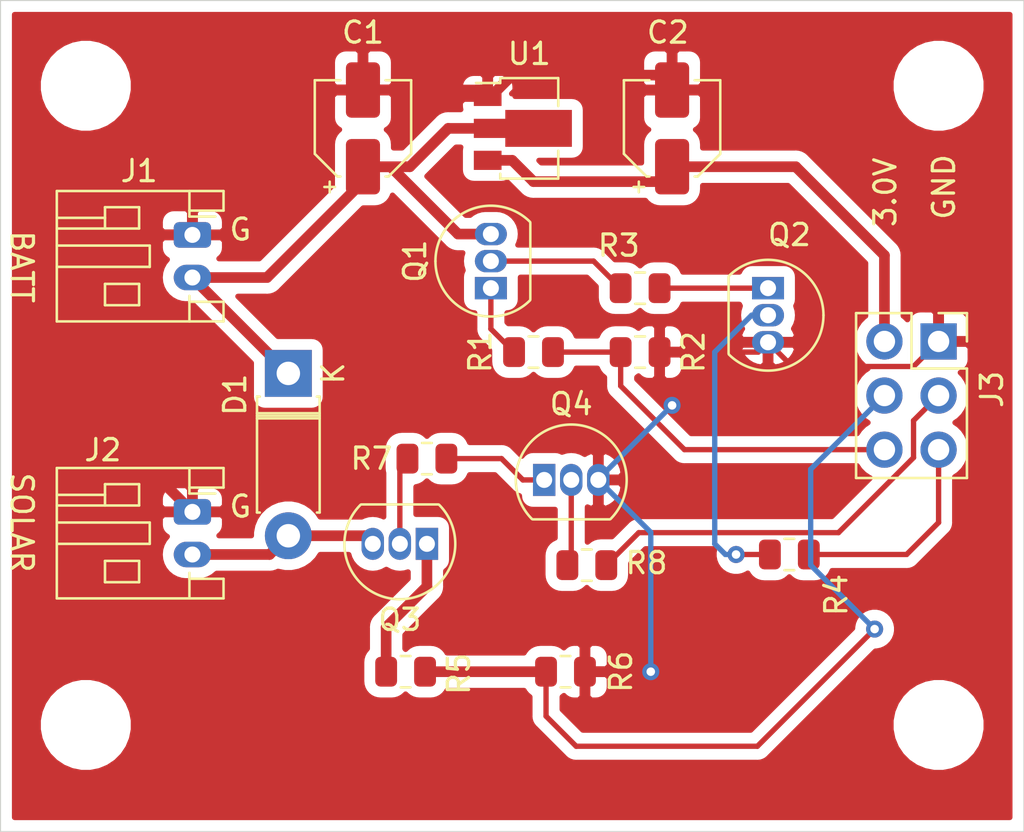
<source format=kicad_pcb>
(kicad_pcb (version 20171130) (host pcbnew 5.1.8+dfsg1-1+b1)

  (general
    (thickness 1.6)
    (drawings 10)
    (tracks 94)
    (zones 0)
    (modules 23)
    (nets 17)
  )

  (page A4)
  (layers
    (0 F.Cu signal)
    (31 B.Cu signal)
    (32 B.Adhes user)
    (33 F.Adhes user)
    (34 B.Paste user)
    (35 F.Paste user)
    (36 B.SilkS user)
    (37 F.SilkS user)
    (38 B.Mask user)
    (39 F.Mask user)
    (40 Dwgs.User user)
    (41 Cmts.User user)
    (42 Eco1.User user)
    (43 Eco2.User user)
    (44 Edge.Cuts user)
    (45 Margin user)
    (46 B.CrtYd user)
    (47 F.CrtYd user)
    (48 B.Fab user)
    (49 F.Fab user)
  )

  (setup
    (last_trace_width 0.25)
    (user_trace_width 0.5)
    (trace_clearance 0.2)
    (zone_clearance 0.508)
    (zone_45_only no)
    (trace_min 0.2)
    (via_size 0.8)
    (via_drill 0.4)
    (via_min_size 0.4)
    (via_min_drill 0.3)
    (uvia_size 0.3)
    (uvia_drill 0.1)
    (uvias_allowed no)
    (uvia_min_size 0.2)
    (uvia_min_drill 0.1)
    (edge_width 0.05)
    (segment_width 0.2)
    (pcb_text_width 0.3)
    (pcb_text_size 1.5 1.5)
    (mod_edge_width 0.12)
    (mod_text_size 1 1)
    (mod_text_width 0.15)
    (pad_size 1.524 1.524)
    (pad_drill 0.762)
    (pad_to_mask_clearance 0)
    (aux_axis_origin 0 0)
    (visible_elements FFFFFF7F)
    (pcbplotparams
      (layerselection 0x010fc_ffffffff)
      (usegerberextensions false)
      (usegerberattributes true)
      (usegerberadvancedattributes true)
      (creategerberjobfile true)
      (excludeedgelayer true)
      (linewidth 0.100000)
      (plotframeref false)
      (viasonmask false)
      (mode 1)
      (useauxorigin false)
      (hpglpennumber 1)
      (hpglpenspeed 20)
      (hpglpendiameter 15.000000)
      (psnegative false)
      (psa4output false)
      (plotreference true)
      (plotvalue true)
      (plotinvisibletext false)
      (padsonsilk false)
      (subtractmaskfromsilk false)
      (outputformat 1)
      (mirror false)
      (drillshape 1)
      (scaleselection 1)
      (outputdirectory ""))
  )

  (net 0 "")
  (net 1 GND)
  (net 2 BATT)
  (net 3 3.0V)
  (net 4 SOLAR)
  (net 5 /PW_BATT)
  (net 6 /EN_BATT)
  (net 7 /PW_SOLAR)
  (net 8 /EN_SOLAR)
  (net 9 "Net-(Q1-Pad1)")
  (net 10 "Net-(Q2-Pad1)")
  (net 11 "Net-(Q3-Pad1)")
  (net 12 "Net-(Q4-Pad1)")
  (net 13 "Net-(Q1-Pad2)")
  (net 14 "Net-(Q2-Pad2)")
  (net 15 "Net-(Q3-Pad2)")
  (net 16 "Net-(Q4-Pad2)")

  (net_class Default "This is the default net class."
    (clearance 0.2)
    (trace_width 0.25)
    (via_dia 0.8)
    (via_drill 0.4)
    (uvia_dia 0.3)
    (uvia_drill 0.1)
    (add_net /EN_BATT)
    (add_net /EN_SOLAR)
    (add_net /PW_BATT)
    (add_net /PW_SOLAR)
    (add_net 3.0V)
    (add_net BATT)
    (add_net GND)
    (add_net "Net-(Q1-Pad1)")
    (add_net "Net-(Q1-Pad2)")
    (add_net "Net-(Q2-Pad1)")
    (add_net "Net-(Q2-Pad2)")
    (add_net "Net-(Q3-Pad1)")
    (add_net "Net-(Q3-Pad2)")
    (add_net "Net-(Q4-Pad1)")
    (add_net "Net-(Q4-Pad2)")
    (add_net SOLAR)
  )

  (module Package_TO_SOT_THT:TO-92_Inline (layer F.Cu) (tedit 5A1DD157) (tstamp 600963FE)
    (at 161.5 93.5)
    (descr "TO-92 leads in-line, narrow, oval pads, drill 0.75mm (see NXP sot054_po.pdf)")
    (tags "to-92 sc-43 sc-43a sot54 PA33 transistor")
    (path /600A03AE)
    (fp_text reference Q4 (at 1.27 -3.56) (layer F.SilkS)
      (effects (font (size 1 1) (thickness 0.15)))
    )
    (fp_text value BC337 (at 1.27 2.79) (layer F.Fab) hide
      (effects (font (size 1 1) (thickness 0.15)))
    )
    (fp_arc (start 1.27 0) (end 1.27 -2.6) (angle 135) (layer F.SilkS) (width 0.12))
    (fp_arc (start 1.27 0) (end 1.27 -2.48) (angle -135) (layer F.Fab) (width 0.1))
    (fp_arc (start 1.27 0) (end 1.27 -2.6) (angle -135) (layer F.SilkS) (width 0.12))
    (fp_arc (start 1.27 0) (end 1.27 -2.48) (angle 135) (layer F.Fab) (width 0.1))
    (fp_text user %R (at 1.27 0) (layer F.Fab)
      (effects (font (size 1 1) (thickness 0.15)))
    )
    (fp_line (start -0.53 1.85) (end 3.07 1.85) (layer F.SilkS) (width 0.12))
    (fp_line (start -0.5 1.75) (end 3 1.75) (layer F.Fab) (width 0.1))
    (fp_line (start -1.46 -2.73) (end 4 -2.73) (layer F.CrtYd) (width 0.05))
    (fp_line (start -1.46 -2.73) (end -1.46 2.01) (layer F.CrtYd) (width 0.05))
    (fp_line (start 4 2.01) (end 4 -2.73) (layer F.CrtYd) (width 0.05))
    (fp_line (start 4 2.01) (end -1.46 2.01) (layer F.CrtYd) (width 0.05))
    (pad 1 thru_hole rect (at 0 0) (size 1.05 1.5) (drill 0.75) (layers *.Cu *.Mask)
      (net 12 "Net-(Q4-Pad1)"))
    (pad 3 thru_hole oval (at 2.54 0) (size 1.05 1.5) (drill 0.75) (layers *.Cu *.Mask)
      (net 1 GND))
    (pad 2 thru_hole oval (at 1.27 0) (size 1.05 1.5) (drill 0.75) (layers *.Cu *.Mask)
      (net 16 "Net-(Q4-Pad2)"))
    (model ${KISYS3DMOD}/Package_TO_SOT_THT.3dshapes/TO-92_Inline.wrl
      (at (xyz 0 0 0))
      (scale (xyz 1 1 1))
      (rotate (xyz 0 0 0))
    )
  )

  (module Package_TO_SOT_THT:TO-92_Inline (layer F.Cu) (tedit 5A1DD157) (tstamp 600963EC)
    (at 156 96.5 180)
    (descr "TO-92 leads in-line, narrow, oval pads, drill 0.75mm (see NXP sot054_po.pdf)")
    (tags "to-92 sc-43 sc-43a sot54 PA33 transistor")
    (path /6009DA1F)
    (fp_text reference Q3 (at 1.27 -3.56) (layer F.SilkS)
      (effects (font (size 1 1) (thickness 0.15)))
    )
    (fp_text value BC327 (at 1.27 2.79) (layer F.Fab) hide
      (effects (font (size 1 1) (thickness 0.15)))
    )
    (fp_arc (start 1.27 0) (end 1.27 -2.6) (angle 135) (layer F.SilkS) (width 0.12))
    (fp_arc (start 1.27 0) (end 1.27 -2.48) (angle -135) (layer F.Fab) (width 0.1))
    (fp_arc (start 1.27 0) (end 1.27 -2.6) (angle -135) (layer F.SilkS) (width 0.12))
    (fp_arc (start 1.27 0) (end 1.27 -2.48) (angle 135) (layer F.Fab) (width 0.1))
    (fp_text user %R (at 1.27 0) (layer F.Fab)
      (effects (font (size 1 1) (thickness 0.15)))
    )
    (fp_line (start -0.53 1.85) (end 3.07 1.85) (layer F.SilkS) (width 0.12))
    (fp_line (start -0.5 1.75) (end 3 1.75) (layer F.Fab) (width 0.1))
    (fp_line (start -1.46 -2.73) (end 4 -2.73) (layer F.CrtYd) (width 0.05))
    (fp_line (start -1.46 -2.73) (end -1.46 2.01) (layer F.CrtYd) (width 0.05))
    (fp_line (start 4 2.01) (end 4 -2.73) (layer F.CrtYd) (width 0.05))
    (fp_line (start 4 2.01) (end -1.46 2.01) (layer F.CrtYd) (width 0.05))
    (pad 1 thru_hole rect (at 0 0 180) (size 1.05 1.5) (drill 0.75) (layers *.Cu *.Mask)
      (net 11 "Net-(Q3-Pad1)"))
    (pad 3 thru_hole oval (at 2.54 0 180) (size 1.05 1.5) (drill 0.75) (layers *.Cu *.Mask)
      (net 4 SOLAR))
    (pad 2 thru_hole oval (at 1.27 0 180) (size 1.05 1.5) (drill 0.75) (layers *.Cu *.Mask)
      (net 15 "Net-(Q3-Pad2)"))
    (model ${KISYS3DMOD}/Package_TO_SOT_THT.3dshapes/TO-92_Inline.wrl
      (at (xyz 0 0 0))
      (scale (xyz 1 1 1))
      (rotate (xyz 0 0 0))
    )
  )

  (module Package_TO_SOT_THT:TO-92_Inline (layer F.Cu) (tedit 5A1DD157) (tstamp 600963DA)
    (at 172 84.5 270)
    (descr "TO-92 leads in-line, narrow, oval pads, drill 0.75mm (see NXP sot054_po.pdf)")
    (tags "to-92 sc-43 sc-43a sot54 PA33 transistor")
    (path /6009A475)
    (fp_text reference Q2 (at -2.5 -1 180) (layer F.SilkS)
      (effects (font (size 1 1) (thickness 0.15)))
    )
    (fp_text value BC337 (at 1.27 2.79 90) (layer F.Fab) hide
      (effects (font (size 1 1) (thickness 0.15)))
    )
    (fp_arc (start 1.27 0) (end 1.27 -2.6) (angle 135) (layer F.SilkS) (width 0.12))
    (fp_arc (start 1.27 0) (end 1.27 -2.48) (angle -135) (layer F.Fab) (width 0.1))
    (fp_arc (start 1.27 0) (end 1.27 -2.6) (angle -135) (layer F.SilkS) (width 0.12))
    (fp_arc (start 1.27 0) (end 1.27 -2.48) (angle 135) (layer F.Fab) (width 0.1))
    (fp_text user %R (at 1.27 0 90) (layer F.Fab)
      (effects (font (size 1 1) (thickness 0.15)))
    )
    (fp_line (start -0.53 1.85) (end 3.07 1.85) (layer F.SilkS) (width 0.12))
    (fp_line (start -0.5 1.75) (end 3 1.75) (layer F.Fab) (width 0.1))
    (fp_line (start -1.46 -2.73) (end 4 -2.73) (layer F.CrtYd) (width 0.05))
    (fp_line (start -1.46 -2.73) (end -1.46 2.01) (layer F.CrtYd) (width 0.05))
    (fp_line (start 4 2.01) (end 4 -2.73) (layer F.CrtYd) (width 0.05))
    (fp_line (start 4 2.01) (end -1.46 2.01) (layer F.CrtYd) (width 0.05))
    (pad 1 thru_hole rect (at 0 0 270) (size 1.05 1.5) (drill 0.75) (layers *.Cu *.Mask)
      (net 10 "Net-(Q2-Pad1)"))
    (pad 3 thru_hole oval (at 2.54 0 270) (size 1.05 1.5) (drill 0.75) (layers *.Cu *.Mask)
      (net 1 GND))
    (pad 2 thru_hole oval (at 1.27 0 270) (size 1.05 1.5) (drill 0.75) (layers *.Cu *.Mask)
      (net 14 "Net-(Q2-Pad2)"))
    (model ${KISYS3DMOD}/Package_TO_SOT_THT.3dshapes/TO-92_Inline.wrl
      (at (xyz 0 0 0))
      (scale (xyz 1 1 1))
      (rotate (xyz 0 0 0))
    )
  )

  (module Package_TO_SOT_THT:TO-92_Inline (layer F.Cu) (tedit 5A1DD157) (tstamp 600963C8)
    (at 159 84.5 90)
    (descr "TO-92 leads in-line, narrow, oval pads, drill 0.75mm (see NXP sot054_po.pdf)")
    (tags "to-92 sc-43 sc-43a sot54 PA33 transistor")
    (path /60096E1E)
    (fp_text reference Q1 (at 1.27 -3.56 90) (layer F.SilkS)
      (effects (font (size 1 1) (thickness 0.15)))
    )
    (fp_text value BC327 (at 1.27 2.79 90) (layer F.Fab) hide
      (effects (font (size 1 1) (thickness 0.15)))
    )
    (fp_arc (start 1.27 0) (end 1.27 -2.6) (angle 135) (layer F.SilkS) (width 0.12))
    (fp_arc (start 1.27 0) (end 1.27 -2.48) (angle -135) (layer F.Fab) (width 0.1))
    (fp_arc (start 1.27 0) (end 1.27 -2.6) (angle -135) (layer F.SilkS) (width 0.12))
    (fp_arc (start 1.27 0) (end 1.27 -2.48) (angle 135) (layer F.Fab) (width 0.1))
    (fp_text user %R (at 1.27 0 90) (layer F.Fab)
      (effects (font (size 1 1) (thickness 0.15)))
    )
    (fp_line (start -0.53 1.85) (end 3.07 1.85) (layer F.SilkS) (width 0.12))
    (fp_line (start -0.5 1.75) (end 3 1.75) (layer F.Fab) (width 0.1))
    (fp_line (start -1.46 -2.73) (end 4 -2.73) (layer F.CrtYd) (width 0.05))
    (fp_line (start -1.46 -2.73) (end -1.46 2.01) (layer F.CrtYd) (width 0.05))
    (fp_line (start 4 2.01) (end 4 -2.73) (layer F.CrtYd) (width 0.05))
    (fp_line (start 4 2.01) (end -1.46 2.01) (layer F.CrtYd) (width 0.05))
    (pad 1 thru_hole rect (at 0 0 90) (size 1.05 1.5) (drill 0.75) (layers *.Cu *.Mask)
      (net 9 "Net-(Q1-Pad1)"))
    (pad 3 thru_hole oval (at 2.54 0 90) (size 1.05 1.5) (drill 0.75) (layers *.Cu *.Mask)
      (net 2 BATT))
    (pad 2 thru_hole oval (at 1.27 0 90) (size 1.05 1.5) (drill 0.75) (layers *.Cu *.Mask)
      (net 13 "Net-(Q1-Pad2)"))
    (model ${KISYS3DMOD}/Package_TO_SOT_THT.3dshapes/TO-92_Inline.wrl
      (at (xyz 0 0 0))
      (scale (xyz 1 1 1))
      (rotate (xyz 0 0 0))
    )
  )

  (module MountingHole:MountingHole_3.2mm_M3 (layer F.Cu) (tedit 56D1B4CB) (tstamp 5FF938DC)
    (at 140 75)
    (descr "Mounting Hole 3.2mm, no annular, M3")
    (tags "mounting hole 3.2mm no annular m3")
    (path /5FFD6CFA)
    (attr virtual)
    (fp_text reference H4 (at 0 -4.2) (layer F.SilkS) hide
      (effects (font (size 1 1) (thickness 0.15)))
    )
    (fp_text value MountingHole (at 0 4.2) (layer F.Fab) hide
      (effects (font (size 1 1) (thickness 0.15)))
    )
    (fp_circle (center 0 0) (end 3.45 0) (layer F.CrtYd) (width 0.05))
    (fp_circle (center 0 0) (end 3.2 0) (layer Cmts.User) (width 0.15))
    (fp_text user %R (at 0.3 0) (layer F.Fab)
      (effects (font (size 1 1) (thickness 0.15)))
    )
    (pad 1 np_thru_hole circle (at 0 0) (size 3.2 3.2) (drill 3.2) (layers *.Cu *.Mask))
  )

  (module MountingHole:MountingHole_3.2mm_M3 (layer F.Cu) (tedit 56D1B4CB) (tstamp 5FF938D4)
    (at 180 105)
    (descr "Mounting Hole 3.2mm, no annular, M3")
    (tags "mounting hole 3.2mm no annular m3")
    (path /5FFD669A)
    (attr virtual)
    (fp_text reference H3 (at 0 -4.2) (layer F.SilkS) hide
      (effects (font (size 1 1) (thickness 0.15)))
    )
    (fp_text value MountingHole (at 0 4.2) (layer F.Fab) hide
      (effects (font (size 1 1) (thickness 0.15)))
    )
    (fp_circle (center 0 0) (end 3.45 0) (layer F.CrtYd) (width 0.05))
    (fp_circle (center 0 0) (end 3.2 0) (layer Cmts.User) (width 0.15))
    (fp_text user %R (at 0.3 0) (layer F.Fab)
      (effects (font (size 1 1) (thickness 0.15)))
    )
    (pad 1 np_thru_hole circle (at 0 0) (size 3.2 3.2) (drill 3.2) (layers *.Cu *.Mask))
  )

  (module MountingHole:MountingHole_3.2mm_M3 (layer F.Cu) (tedit 56D1B4CB) (tstamp 5FF938CC)
    (at 180 75)
    (descr "Mounting Hole 3.2mm, no annular, M3")
    (tags "mounting hole 3.2mm no annular m3")
    (path /5FFD654D)
    (attr virtual)
    (fp_text reference H2 (at 0 -4.2) (layer F.SilkS) hide
      (effects (font (size 1 1) (thickness 0.15)))
    )
    (fp_text value MountingHole (at 0 4.2) (layer F.Fab) hide
      (effects (font (size 1 1) (thickness 0.15)))
    )
    (fp_circle (center 0 0) (end 3.45 0) (layer F.CrtYd) (width 0.05))
    (fp_circle (center 0 0) (end 3.2 0) (layer Cmts.User) (width 0.15))
    (fp_text user %R (at 0.3 0) (layer F.Fab)
      (effects (font (size 1 1) (thickness 0.15)))
    )
    (pad 1 np_thru_hole circle (at 0 0) (size 3.2 3.2) (drill 3.2) (layers *.Cu *.Mask))
  )

  (module MountingHole:MountingHole_3.2mm_M3 (layer F.Cu) (tedit 56D1B4CB) (tstamp 5FF938C4)
    (at 140 105)
    (descr "Mounting Hole 3.2mm, no annular, M3")
    (tags "mounting hole 3.2mm no annular m3")
    (path /5FFD5BB1)
    (attr virtual)
    (fp_text reference H1 (at 0 -4.2) (layer F.SilkS) hide
      (effects (font (size 1 1) (thickness 0.15)))
    )
    (fp_text value MountingHole (at 0 4.2) (layer F.Fab) hide
      (effects (font (size 1 1) (thickness 0.15)))
    )
    (fp_circle (center 0 0) (end 3.45 0) (layer F.CrtYd) (width 0.05))
    (fp_circle (center 0 0) (end 3.2 0) (layer Cmts.User) (width 0.15))
    (fp_text user %R (at 0.3 0) (layer F.Fab)
      (effects (font (size 1 1) (thickness 0.15)))
    )
    (pad 1 np_thru_hole circle (at 0 0) (size 3.2 3.2) (drill 3.2) (layers *.Cu *.Mask))
  )

  (module Diode_THT:D_DO-41_SOD81_P7.62mm_Horizontal (layer F.Cu) (tedit 5AE50CD5) (tstamp 5FF938BC)
    (at 149.5 88.5 270)
    (descr "Diode, DO-41_SOD81 series, Axial, Horizontal, pin pitch=7.62mm, , length*diameter=5.2*2.7mm^2, , http://www.diodes.com/_files/packages/DO-41%20(Plastic).pdf")
    (tags "Diode DO-41_SOD81 series Axial Horizontal pin pitch 7.62mm  length 5.2mm diameter 2.7mm")
    (path /5FFD2C2D)
    (fp_text reference D1 (at 1 2.5 90) (layer F.SilkS)
      (effects (font (size 1 1) (thickness 0.15)))
    )
    (fp_text value D (at 3.81 2.47 90) (layer F.Fab) hide
      (effects (font (size 1 1) (thickness 0.15)))
    )
    (fp_line (start 8.97 -1.6) (end -1.35 -1.6) (layer F.CrtYd) (width 0.05))
    (fp_line (start 8.97 1.6) (end 8.97 -1.6) (layer F.CrtYd) (width 0.05))
    (fp_line (start -1.35 1.6) (end 8.97 1.6) (layer F.CrtYd) (width 0.05))
    (fp_line (start -1.35 -1.6) (end -1.35 1.6) (layer F.CrtYd) (width 0.05))
    (fp_line (start 1.87 -1.47) (end 1.87 1.47) (layer F.SilkS) (width 0.12))
    (fp_line (start 2.11 -1.47) (end 2.11 1.47) (layer F.SilkS) (width 0.12))
    (fp_line (start 1.99 -1.47) (end 1.99 1.47) (layer F.SilkS) (width 0.12))
    (fp_line (start 6.53 1.47) (end 6.53 1.34) (layer F.SilkS) (width 0.12))
    (fp_line (start 1.09 1.47) (end 6.53 1.47) (layer F.SilkS) (width 0.12))
    (fp_line (start 1.09 1.34) (end 1.09 1.47) (layer F.SilkS) (width 0.12))
    (fp_line (start 6.53 -1.47) (end 6.53 -1.34) (layer F.SilkS) (width 0.12))
    (fp_line (start 1.09 -1.47) (end 6.53 -1.47) (layer F.SilkS) (width 0.12))
    (fp_line (start 1.09 -1.34) (end 1.09 -1.47) (layer F.SilkS) (width 0.12))
    (fp_line (start 1.89 -1.35) (end 1.89 1.35) (layer F.Fab) (width 0.1))
    (fp_line (start 2.09 -1.35) (end 2.09 1.35) (layer F.Fab) (width 0.1))
    (fp_line (start 1.99 -1.35) (end 1.99 1.35) (layer F.Fab) (width 0.1))
    (fp_line (start 7.62 0) (end 6.41 0) (layer F.Fab) (width 0.1))
    (fp_line (start 0 0) (end 1.21 0) (layer F.Fab) (width 0.1))
    (fp_line (start 6.41 -1.35) (end 1.21 -1.35) (layer F.Fab) (width 0.1))
    (fp_line (start 6.41 1.35) (end 6.41 -1.35) (layer F.Fab) (width 0.1))
    (fp_line (start 1.21 1.35) (end 6.41 1.35) (layer F.Fab) (width 0.1))
    (fp_line (start 1.21 -1.35) (end 1.21 1.35) (layer F.Fab) (width 0.1))
    (fp_text user K (at 0 -2.1 90) (layer F.SilkS)
      (effects (font (size 1 1) (thickness 0.15)))
    )
    (fp_text user K (at 0 -2.1 90) (layer F.Fab)
      (effects (font (size 1 1) (thickness 0.15)))
    )
    (fp_text user %R (at 4.2 0 90) (layer F.Fab)
      (effects (font (size 1 1) (thickness 0.15)))
    )
    (pad 2 thru_hole oval (at 7.62 0 270) (size 2.2 2.2) (drill 1.1) (layers *.Cu *.Mask)
      (net 4 SOLAR))
    (pad 1 thru_hole rect (at 0 0 270) (size 2.2 2.2) (drill 1.1) (layers *.Cu *.Mask)
      (net 2 BATT))
    (model ${KISYS3DMOD}/Diode_THT.3dshapes/D_DO-41_SOD81_P7.62mm_Horizontal.wrl
      (at (xyz 0 0 0))
      (scale (xyz 1 1 1))
      (rotate (xyz 0 0 0))
    )
  )

  (module Package_TO_SOT_SMD:SOT-89-3 (layer F.Cu) (tedit 5C33D6E8) (tstamp 5FF91C61)
    (at 160.5 77)
    (descr "SOT-89-3, http://ww1.microchip.com/downloads/en/DeviceDoc/3L_SOT-89_MB_C04-029C.pdf")
    (tags SOT-89-3)
    (path /5FF8F337)
    (attr smd)
    (fp_text reference U1 (at 0.3 -3.5) (layer F.SilkS)
      (effects (font (size 1 1) (thickness 0.15)))
    )
    (fp_text value HT78xx (at 0.3 3.5) (layer F.Fab) hide
      (effects (font (size 1 1) (thickness 0.15)))
    )
    (fp_line (start -1.06 2.36) (end -1.06 2.13) (layer F.SilkS) (width 0.12))
    (fp_line (start -1.06 -2.36) (end -1.06 -2.13) (layer F.SilkS) (width 0.12))
    (fp_line (start -1.06 -2.36) (end 1.66 -2.36) (layer F.SilkS) (width 0.12))
    (fp_line (start -2.55 2.5) (end -2.55 -2.5) (layer F.CrtYd) (width 0.05))
    (fp_line (start -2.55 2.5) (end 2.55 2.5) (layer F.CrtYd) (width 0.05))
    (fp_line (start 2.55 -2.5) (end -2.55 -2.5) (layer F.CrtYd) (width 0.05))
    (fp_line (start 2.55 -2.5) (end 2.55 2.5) (layer F.CrtYd) (width 0.05))
    (fp_line (start 0.05 -2.25) (end 1.55 -2.25) (layer F.Fab) (width 0.1))
    (fp_line (start -0.95 2.25) (end -0.95 -1.25) (layer F.Fab) (width 0.1))
    (fp_line (start 1.55 2.25) (end -0.95 2.25) (layer F.Fab) (width 0.1))
    (fp_line (start 1.55 -2.25) (end 1.55 2.25) (layer F.Fab) (width 0.1))
    (fp_line (start -0.95 -1.25) (end 0.05 -2.25) (layer F.Fab) (width 0.1))
    (fp_line (start 1.66 -2.36) (end 1.66 -1.05) (layer F.SilkS) (width 0.12))
    (fp_line (start -2.2 -2.13) (end -1.06 -2.13) (layer F.SilkS) (width 0.12))
    (fp_line (start 1.66 2.36) (end -1.06 2.36) (layer F.SilkS) (width 0.12))
    (fp_line (start 1.66 1.05) (end 1.66 2.36) (layer F.SilkS) (width 0.12))
    (fp_text user %R (at 0.5 0 90) (layer F.Fab)
      (effects (font (size 1 1) (thickness 0.15)))
    )
    (pad 2 smd custom (at -1.5625 0) (size 1.475 0.9) (layers F.Cu F.Paste F.Mask)
      (net 2 BATT) (zone_connect 2)
      (options (clearance outline) (anchor rect))
      (primitives
        (gr_poly (pts
           (xy 0.7375 -0.8665) (xy 3.8625 -0.8665) (xy 3.8625 0.8665) (xy 0.7375 0.8665)) (width 0))
      ))
    (pad 3 smd rect (at -1.65 1.5) (size 1.3 0.9) (layers F.Cu F.Paste F.Mask)
      (net 3 3.0V))
    (pad 1 smd rect (at -1.65 -1.5) (size 1.3 0.9) (layers F.Cu F.Paste F.Mask)
      (net 1 GND))
    (model ${KISYS3DMOD}/Package_TO_SOT_SMD.3dshapes/SOT-89-3.wrl
      (at (xyz 0 0 0))
      (scale (xyz 1 1 1))
      (rotate (xyz 0 0 0))
    )
  )

  (module Resistor_SMD:R_0805_2012Metric (layer F.Cu) (tedit 5F68FEEE) (tstamp 5FF91C49)
    (at 163.5 97.5)
    (descr "Resistor SMD 0805 (2012 Metric), square (rectangular) end terminal, IPC_7351 nominal, (Body size source: IPC-SM-782 page 72, https://www.pcb-3d.com/wordpress/wp-content/uploads/ipc-sm-782a_amendment_1_and_2.pdf), generated with kicad-footprint-generator")
    (tags resistor)
    (path /5FF9D6CF)
    (attr smd)
    (fp_text reference R8 (at 2.8 -0.1) (layer F.SilkS)
      (effects (font (size 1 1) (thickness 0.15)))
    )
    (fp_text value 1.1k (at 0 1.65) (layer F.Fab) hide
      (effects (font (size 1 1) (thickness 0.15)))
    )
    (fp_line (start 1.68 0.95) (end -1.68 0.95) (layer F.CrtYd) (width 0.05))
    (fp_line (start 1.68 -0.95) (end 1.68 0.95) (layer F.CrtYd) (width 0.05))
    (fp_line (start -1.68 -0.95) (end 1.68 -0.95) (layer F.CrtYd) (width 0.05))
    (fp_line (start -1.68 0.95) (end -1.68 -0.95) (layer F.CrtYd) (width 0.05))
    (fp_line (start -0.227064 0.735) (end 0.227064 0.735) (layer F.SilkS) (width 0.12))
    (fp_line (start -0.227064 -0.735) (end 0.227064 -0.735) (layer F.SilkS) (width 0.12))
    (fp_line (start 1 0.625) (end -1 0.625) (layer F.Fab) (width 0.1))
    (fp_line (start 1 -0.625) (end 1 0.625) (layer F.Fab) (width 0.1))
    (fp_line (start -1 -0.625) (end 1 -0.625) (layer F.Fab) (width 0.1))
    (fp_line (start -1 0.625) (end -1 -0.625) (layer F.Fab) (width 0.1))
    (fp_text user %R (at 0 0) (layer F.Fab)
      (effects (font (size 0.5 0.5) (thickness 0.08)))
    )
    (pad 2 smd roundrect (at 0.9125 0) (size 1.025 1.4) (layers F.Cu F.Paste F.Mask) (roundrect_rratio 0.243902)
      (net 8 /EN_SOLAR))
    (pad 1 smd roundrect (at -0.9125 0) (size 1.025 1.4) (layers F.Cu F.Paste F.Mask) (roundrect_rratio 0.243902)
      (net 16 "Net-(Q4-Pad2)"))
    (model ${KISYS3DMOD}/Resistor_SMD.3dshapes/R_0805_2012Metric.wrl
      (at (xyz 0 0 0))
      (scale (xyz 1 1 1))
      (rotate (xyz 0 0 0))
    )
  )

  (module Resistor_SMD:R_0805_2012Metric (layer F.Cu) (tedit 5F68FEEE) (tstamp 5FF91C38)
    (at 156 92.5 180)
    (descr "Resistor SMD 0805 (2012 Metric), square (rectangular) end terminal, IPC_7351 nominal, (Body size source: IPC-SM-782 page 72, https://www.pcb-3d.com/wordpress/wp-content/uploads/ipc-sm-782a_amendment_1_and_2.pdf), generated with kicad-footprint-generator")
    (tags resistor)
    (path /5FF9D817)
    (attr smd)
    (fp_text reference R7 (at 2.6 0) (layer F.SilkS)
      (effects (font (size 1 1) (thickness 0.15)))
    )
    (fp_text value 1.1k (at 0 1.65) (layer F.Fab) hide
      (effects (font (size 1 1) (thickness 0.15)))
    )
    (fp_line (start 1.68 0.95) (end -1.68 0.95) (layer F.CrtYd) (width 0.05))
    (fp_line (start 1.68 -0.95) (end 1.68 0.95) (layer F.CrtYd) (width 0.05))
    (fp_line (start -1.68 -0.95) (end 1.68 -0.95) (layer F.CrtYd) (width 0.05))
    (fp_line (start -1.68 0.95) (end -1.68 -0.95) (layer F.CrtYd) (width 0.05))
    (fp_line (start -0.227064 0.735) (end 0.227064 0.735) (layer F.SilkS) (width 0.12))
    (fp_line (start -0.227064 -0.735) (end 0.227064 -0.735) (layer F.SilkS) (width 0.12))
    (fp_line (start 1 0.625) (end -1 0.625) (layer F.Fab) (width 0.1))
    (fp_line (start 1 -0.625) (end 1 0.625) (layer F.Fab) (width 0.1))
    (fp_line (start -1 -0.625) (end 1 -0.625) (layer F.Fab) (width 0.1))
    (fp_line (start -1 0.625) (end -1 -0.625) (layer F.Fab) (width 0.1))
    (fp_text user %R (at 0 0) (layer F.Fab)
      (effects (font (size 0.5 0.5) (thickness 0.08)))
    )
    (pad 2 smd roundrect (at 0.9125 0 180) (size 1.025 1.4) (layers F.Cu F.Paste F.Mask) (roundrect_rratio 0.243902)
      (net 15 "Net-(Q3-Pad2)"))
    (pad 1 smd roundrect (at -0.9125 0 180) (size 1.025 1.4) (layers F.Cu F.Paste F.Mask) (roundrect_rratio 0.243902)
      (net 12 "Net-(Q4-Pad1)"))
    (model ${KISYS3DMOD}/Resistor_SMD.3dshapes/R_0805_2012Metric.wrl
      (at (xyz 0 0 0))
      (scale (xyz 1 1 1))
      (rotate (xyz 0 0 0))
    )
  )

  (module Resistor_SMD:R_0805_2012Metric (layer F.Cu) (tedit 5F68FEEE) (tstamp 5FF91C27)
    (at 162.5 102.5)
    (descr "Resistor SMD 0805 (2012 Metric), square (rectangular) end terminal, IPC_7351 nominal, (Body size source: IPC-SM-782 page 72, https://www.pcb-3d.com/wordpress/wp-content/uploads/ipc-sm-782a_amendment_1_and_2.pdf), generated with kicad-footprint-generator")
    (tags resistor)
    (path /5FF9D82B)
    (attr smd)
    (fp_text reference R6 (at 2.6 0 90) (layer F.SilkS)
      (effects (font (size 1 1) (thickness 0.15)))
    )
    (fp_text value 10k (at 0 1.65) (layer F.Fab) hide
      (effects (font (size 1 1) (thickness 0.15)))
    )
    (fp_line (start 1.68 0.95) (end -1.68 0.95) (layer F.CrtYd) (width 0.05))
    (fp_line (start 1.68 -0.95) (end 1.68 0.95) (layer F.CrtYd) (width 0.05))
    (fp_line (start -1.68 -0.95) (end 1.68 -0.95) (layer F.CrtYd) (width 0.05))
    (fp_line (start -1.68 0.95) (end -1.68 -0.95) (layer F.CrtYd) (width 0.05))
    (fp_line (start -0.227064 0.735) (end 0.227064 0.735) (layer F.SilkS) (width 0.12))
    (fp_line (start -0.227064 -0.735) (end 0.227064 -0.735) (layer F.SilkS) (width 0.12))
    (fp_line (start 1 0.625) (end -1 0.625) (layer F.Fab) (width 0.1))
    (fp_line (start 1 -0.625) (end 1 0.625) (layer F.Fab) (width 0.1))
    (fp_line (start -1 -0.625) (end 1 -0.625) (layer F.Fab) (width 0.1))
    (fp_line (start -1 0.625) (end -1 -0.625) (layer F.Fab) (width 0.1))
    (fp_text user %R (at 0 0) (layer F.Fab)
      (effects (font (size 0.5 0.5) (thickness 0.08)))
    )
    (pad 2 smd roundrect (at 0.9125 0) (size 1.025 1.4) (layers F.Cu F.Paste F.Mask) (roundrect_rratio 0.243902)
      (net 1 GND))
    (pad 1 smd roundrect (at -0.9125 0) (size 1.025 1.4) (layers F.Cu F.Paste F.Mask) (roundrect_rratio 0.243902)
      (net 7 /PW_SOLAR))
    (model ${KISYS3DMOD}/Resistor_SMD.3dshapes/R_0805_2012Metric.wrl
      (at (xyz 0 0 0))
      (scale (xyz 1 1 1))
      (rotate (xyz 0 0 0))
    )
  )

  (module Resistor_SMD:R_0805_2012Metric (layer F.Cu) (tedit 5F68FEEE) (tstamp 5FF91C16)
    (at 155 102.5)
    (descr "Resistor SMD 0805 (2012 Metric), square (rectangular) end terminal, IPC_7351 nominal, (Body size source: IPC-SM-782 page 72, https://www.pcb-3d.com/wordpress/wp-content/uploads/ipc-sm-782a_amendment_1_and_2.pdf), generated with kicad-footprint-generator")
    (tags resistor)
    (path /5FF9D821)
    (attr smd)
    (fp_text reference R5 (at 2.5 0.1 90) (layer F.SilkS)
      (effects (font (size 1 1) (thickness 0.15)))
    )
    (fp_text value 100k (at 0 1.65) (layer F.Fab) hide
      (effects (font (size 1 1) (thickness 0.15)))
    )
    (fp_line (start 1.68 0.95) (end -1.68 0.95) (layer F.CrtYd) (width 0.05))
    (fp_line (start 1.68 -0.95) (end 1.68 0.95) (layer F.CrtYd) (width 0.05))
    (fp_line (start -1.68 -0.95) (end 1.68 -0.95) (layer F.CrtYd) (width 0.05))
    (fp_line (start -1.68 0.95) (end -1.68 -0.95) (layer F.CrtYd) (width 0.05))
    (fp_line (start -0.227064 0.735) (end 0.227064 0.735) (layer F.SilkS) (width 0.12))
    (fp_line (start -0.227064 -0.735) (end 0.227064 -0.735) (layer F.SilkS) (width 0.12))
    (fp_line (start 1 0.625) (end -1 0.625) (layer F.Fab) (width 0.1))
    (fp_line (start 1 -0.625) (end 1 0.625) (layer F.Fab) (width 0.1))
    (fp_line (start -1 -0.625) (end 1 -0.625) (layer F.Fab) (width 0.1))
    (fp_line (start -1 0.625) (end -1 -0.625) (layer F.Fab) (width 0.1))
    (fp_text user %R (at 0 0) (layer F.Fab)
      (effects (font (size 0.5 0.5) (thickness 0.08)))
    )
    (pad 2 smd roundrect (at 0.9125 0) (size 1.025 1.4) (layers F.Cu F.Paste F.Mask) (roundrect_rratio 0.243902)
      (net 7 /PW_SOLAR))
    (pad 1 smd roundrect (at -0.9125 0) (size 1.025 1.4) (layers F.Cu F.Paste F.Mask) (roundrect_rratio 0.243902)
      (net 11 "Net-(Q3-Pad1)"))
    (model ${KISYS3DMOD}/Resistor_SMD.3dshapes/R_0805_2012Metric.wrl
      (at (xyz 0 0 0))
      (scale (xyz 1 1 1))
      (rotate (xyz 0 0 0))
    )
  )

  (module Resistor_SMD:R_0805_2012Metric (layer F.Cu) (tedit 5F68FEEE) (tstamp 5FF91C05)
    (at 173 97)
    (descr "Resistor SMD 0805 (2012 Metric), square (rectangular) end terminal, IPC_7351 nominal, (Body size source: IPC-SM-782 page 72, https://www.pcb-3d.com/wordpress/wp-content/uploads/ipc-sm-782a_amendment_1_and_2.pdf), generated with kicad-footprint-generator")
    (tags resistor)
    (path /5FF915E9)
    (attr smd)
    (fp_text reference R4 (at 2.2 1.9 270) (layer F.SilkS)
      (effects (font (size 1 1) (thickness 0.15)))
    )
    (fp_text value 1.1k (at 0 1.65) (layer F.Fab) hide
      (effects (font (size 1 1) (thickness 0.15)))
    )
    (fp_line (start 1.68 0.95) (end -1.68 0.95) (layer F.CrtYd) (width 0.05))
    (fp_line (start 1.68 -0.95) (end 1.68 0.95) (layer F.CrtYd) (width 0.05))
    (fp_line (start -1.68 -0.95) (end 1.68 -0.95) (layer F.CrtYd) (width 0.05))
    (fp_line (start -1.68 0.95) (end -1.68 -0.95) (layer F.CrtYd) (width 0.05))
    (fp_line (start -0.227064 0.735) (end 0.227064 0.735) (layer F.SilkS) (width 0.12))
    (fp_line (start -0.227064 -0.735) (end 0.227064 -0.735) (layer F.SilkS) (width 0.12))
    (fp_line (start 1 0.625) (end -1 0.625) (layer F.Fab) (width 0.1))
    (fp_line (start 1 -0.625) (end 1 0.625) (layer F.Fab) (width 0.1))
    (fp_line (start -1 -0.625) (end 1 -0.625) (layer F.Fab) (width 0.1))
    (fp_line (start -1 0.625) (end -1 -0.625) (layer F.Fab) (width 0.1))
    (fp_text user %R (at 0 0) (layer F.Fab)
      (effects (font (size 0.5 0.5) (thickness 0.08)))
    )
    (pad 2 smd roundrect (at 0.9125 0) (size 1.025 1.4) (layers F.Cu F.Paste F.Mask) (roundrect_rratio 0.243902)
      (net 6 /EN_BATT))
    (pad 1 smd roundrect (at -0.9125 0) (size 1.025 1.4) (layers F.Cu F.Paste F.Mask) (roundrect_rratio 0.243902)
      (net 14 "Net-(Q2-Pad2)"))
    (model ${KISYS3DMOD}/Resistor_SMD.3dshapes/R_0805_2012Metric.wrl
      (at (xyz 0 0 0))
      (scale (xyz 1 1 1))
      (rotate (xyz 0 0 0))
    )
  )

  (module Resistor_SMD:R_0805_2012Metric (layer F.Cu) (tedit 5F68FEEE) (tstamp 5FF91BF4)
    (at 166 84.5 180)
    (descr "Resistor SMD 0805 (2012 Metric), square (rectangular) end terminal, IPC_7351 nominal, (Body size source: IPC-SM-782 page 72, https://www.pcb-3d.com/wordpress/wp-content/uploads/ipc-sm-782a_amendment_1_and_2.pdf), generated with kicad-footprint-generator")
    (tags resistor)
    (path /5FF91A71)
    (attr smd)
    (fp_text reference R3 (at 1 2 180) (layer F.SilkS)
      (effects (font (size 1 1) (thickness 0.15)))
    )
    (fp_text value 1.1k (at 0 1.65) (layer F.Fab) hide
      (effects (font (size 1 1) (thickness 0.15)))
    )
    (fp_line (start 1.68 0.95) (end -1.68 0.95) (layer F.CrtYd) (width 0.05))
    (fp_line (start 1.68 -0.95) (end 1.68 0.95) (layer F.CrtYd) (width 0.05))
    (fp_line (start -1.68 -0.95) (end 1.68 -0.95) (layer F.CrtYd) (width 0.05))
    (fp_line (start -1.68 0.95) (end -1.68 -0.95) (layer F.CrtYd) (width 0.05))
    (fp_line (start -0.227064 0.735) (end 0.227064 0.735) (layer F.SilkS) (width 0.12))
    (fp_line (start -0.227064 -0.735) (end 0.227064 -0.735) (layer F.SilkS) (width 0.12))
    (fp_line (start 1 0.625) (end -1 0.625) (layer F.Fab) (width 0.1))
    (fp_line (start 1 -0.625) (end 1 0.625) (layer F.Fab) (width 0.1))
    (fp_line (start -1 -0.625) (end 1 -0.625) (layer F.Fab) (width 0.1))
    (fp_line (start -1 0.625) (end -1 -0.625) (layer F.Fab) (width 0.1))
    (fp_text user %R (at 0 0) (layer F.Fab)
      (effects (font (size 0.5 0.5) (thickness 0.08)))
    )
    (pad 2 smd roundrect (at 0.9125 0 180) (size 1.025 1.4) (layers F.Cu F.Paste F.Mask) (roundrect_rratio 0.243902)
      (net 13 "Net-(Q1-Pad2)"))
    (pad 1 smd roundrect (at -0.9125 0 180) (size 1.025 1.4) (layers F.Cu F.Paste F.Mask) (roundrect_rratio 0.243902)
      (net 10 "Net-(Q2-Pad1)"))
    (model ${KISYS3DMOD}/Resistor_SMD.3dshapes/R_0805_2012Metric.wrl
      (at (xyz 0 0 0))
      (scale (xyz 1 1 1))
      (rotate (xyz 0 0 0))
    )
  )

  (module Resistor_SMD:R_0805_2012Metric (layer F.Cu) (tedit 5F68FEEE) (tstamp 5FF91BE3)
    (at 166 87.5)
    (descr "Resistor SMD 0805 (2012 Metric), square (rectangular) end terminal, IPC_7351 nominal, (Body size source: IPC-SM-782 page 72, https://www.pcb-3d.com/wordpress/wp-content/uploads/ipc-sm-782a_amendment_1_and_2.pdf), generated with kicad-footprint-generator")
    (tags resistor)
    (path /5FF92B1C)
    (attr smd)
    (fp_text reference R2 (at 2.5 0 270) (layer F.SilkS)
      (effects (font (size 1 1) (thickness 0.15)))
    )
    (fp_text value 10k (at 0 1.65) (layer F.Fab) hide
      (effects (font (size 1 1) (thickness 0.15)))
    )
    (fp_line (start 1.68 0.95) (end -1.68 0.95) (layer F.CrtYd) (width 0.05))
    (fp_line (start 1.68 -0.95) (end 1.68 0.95) (layer F.CrtYd) (width 0.05))
    (fp_line (start -1.68 -0.95) (end 1.68 -0.95) (layer F.CrtYd) (width 0.05))
    (fp_line (start -1.68 0.95) (end -1.68 -0.95) (layer F.CrtYd) (width 0.05))
    (fp_line (start -0.227064 0.735) (end 0.227064 0.735) (layer F.SilkS) (width 0.12))
    (fp_line (start -0.227064 -0.735) (end 0.227064 -0.735) (layer F.SilkS) (width 0.12))
    (fp_line (start 1 0.625) (end -1 0.625) (layer F.Fab) (width 0.1))
    (fp_line (start 1 -0.625) (end 1 0.625) (layer F.Fab) (width 0.1))
    (fp_line (start -1 -0.625) (end 1 -0.625) (layer F.Fab) (width 0.1))
    (fp_line (start -1 0.625) (end -1 -0.625) (layer F.Fab) (width 0.1))
    (fp_text user %R (at 0 0) (layer F.Fab)
      (effects (font (size 0.5 0.5) (thickness 0.08)))
    )
    (pad 2 smd roundrect (at 0.9125 0) (size 1.025 1.4) (layers F.Cu F.Paste F.Mask) (roundrect_rratio 0.243902)
      (net 1 GND))
    (pad 1 smd roundrect (at -0.9125 0) (size 1.025 1.4) (layers F.Cu F.Paste F.Mask) (roundrect_rratio 0.243902)
      (net 5 /PW_BATT))
    (model ${KISYS3DMOD}/Resistor_SMD.3dshapes/R_0805_2012Metric.wrl
      (at (xyz 0 0 0))
      (scale (xyz 1 1 1))
      (rotate (xyz 0 0 0))
    )
  )

  (module Resistor_SMD:R_0805_2012Metric (layer F.Cu) (tedit 5F68FEEE) (tstamp 5FF91BD2)
    (at 161 87.5)
    (descr "Resistor SMD 0805 (2012 Metric), square (rectangular) end terminal, IPC_7351 nominal, (Body size source: IPC-SM-782 page 72, https://www.pcb-3d.com/wordpress/wp-content/uploads/ipc-sm-782a_amendment_1_and_2.pdf), generated with kicad-footprint-generator")
    (tags resistor)
    (path /5FF92A61)
    (attr smd)
    (fp_text reference R1 (at -2.5 0 90) (layer F.SilkS)
      (effects (font (size 1 1) (thickness 0.15)))
    )
    (fp_text value 100k (at 0 1.65) (layer F.Fab) hide
      (effects (font (size 1 1) (thickness 0.15)))
    )
    (fp_line (start 1.68 0.95) (end -1.68 0.95) (layer F.CrtYd) (width 0.05))
    (fp_line (start 1.68 -0.95) (end 1.68 0.95) (layer F.CrtYd) (width 0.05))
    (fp_line (start -1.68 -0.95) (end 1.68 -0.95) (layer F.CrtYd) (width 0.05))
    (fp_line (start -1.68 0.95) (end -1.68 -0.95) (layer F.CrtYd) (width 0.05))
    (fp_line (start -0.227064 0.735) (end 0.227064 0.735) (layer F.SilkS) (width 0.12))
    (fp_line (start -0.227064 -0.735) (end 0.227064 -0.735) (layer F.SilkS) (width 0.12))
    (fp_line (start 1 0.625) (end -1 0.625) (layer F.Fab) (width 0.1))
    (fp_line (start 1 -0.625) (end 1 0.625) (layer F.Fab) (width 0.1))
    (fp_line (start -1 -0.625) (end 1 -0.625) (layer F.Fab) (width 0.1))
    (fp_line (start -1 0.625) (end -1 -0.625) (layer F.Fab) (width 0.1))
    (fp_text user %R (at 0 0) (layer F.Fab)
      (effects (font (size 0.5 0.5) (thickness 0.08)))
    )
    (pad 2 smd roundrect (at 0.9125 0) (size 1.025 1.4) (layers F.Cu F.Paste F.Mask) (roundrect_rratio 0.243902)
      (net 5 /PW_BATT))
    (pad 1 smd roundrect (at -0.9125 0) (size 1.025 1.4) (layers F.Cu F.Paste F.Mask) (roundrect_rratio 0.243902)
      (net 9 "Net-(Q1-Pad1)"))
    (model ${KISYS3DMOD}/Resistor_SMD.3dshapes/R_0805_2012Metric.wrl
      (at (xyz 0 0 0))
      (scale (xyz 1 1 1))
      (rotate (xyz 0 0 0))
    )
  )

  (module Connector_PinSocket_2.54mm:PinSocket_2x03_P2.54mm_Vertical (layer F.Cu) (tedit 5A19A425) (tstamp 5FF91B6D)
    (at 180 87)
    (descr "Through hole straight socket strip, 2x03, 2.54mm pitch, double cols (from Kicad 4.0.7), script generated")
    (tags "Through hole socket strip THT 2x03 2.54mm double row")
    (path /5FFA2BC9)
    (fp_text reference J3 (at 2.5 2.25 270) (layer F.SilkS)
      (effects (font (size 1 1) (thickness 0.15)))
    )
    (fp_text value TO_ESP (at -1.27 7.85) (layer F.Fab)
      (effects (font (size 1 1) (thickness 0.15)))
    )
    (fp_line (start -4.34 6.85) (end -4.34 -1.8) (layer F.CrtYd) (width 0.05))
    (fp_line (start 1.76 6.85) (end -4.34 6.85) (layer F.CrtYd) (width 0.05))
    (fp_line (start 1.76 -1.8) (end 1.76 6.85) (layer F.CrtYd) (width 0.05))
    (fp_line (start -4.34 -1.8) (end 1.76 -1.8) (layer F.CrtYd) (width 0.05))
    (fp_line (start 0 -1.33) (end 1.33 -1.33) (layer F.SilkS) (width 0.12))
    (fp_line (start 1.33 -1.33) (end 1.33 0) (layer F.SilkS) (width 0.12))
    (fp_line (start -1.27 -1.33) (end -1.27 1.27) (layer F.SilkS) (width 0.12))
    (fp_line (start -1.27 1.27) (end 1.33 1.27) (layer F.SilkS) (width 0.12))
    (fp_line (start 1.33 1.27) (end 1.33 6.41) (layer F.SilkS) (width 0.12))
    (fp_line (start -3.87 6.41) (end 1.33 6.41) (layer F.SilkS) (width 0.12))
    (fp_line (start -3.87 -1.33) (end -3.87 6.41) (layer F.SilkS) (width 0.12))
    (fp_line (start -3.87 -1.33) (end -1.27 -1.33) (layer F.SilkS) (width 0.12))
    (fp_line (start -3.81 6.35) (end -3.81 -1.27) (layer F.Fab) (width 0.1))
    (fp_line (start 1.27 6.35) (end -3.81 6.35) (layer F.Fab) (width 0.1))
    (fp_line (start 1.27 -0.27) (end 1.27 6.35) (layer F.Fab) (width 0.1))
    (fp_line (start 0.27 -1.27) (end 1.27 -0.27) (layer F.Fab) (width 0.1))
    (fp_line (start -3.81 -1.27) (end 0.27 -1.27) (layer F.Fab) (width 0.1))
    (fp_text user %R (at -1.27 2.54 90) (layer F.Fab)
      (effects (font (size 1 1) (thickness 0.15)))
    )
    (pad 6 thru_hole oval (at -2.54 5.08) (size 1.7 1.7) (drill 1) (layers *.Cu *.Mask)
      (net 5 /PW_BATT))
    (pad 5 thru_hole oval (at 0 5.08) (size 1.7 1.7) (drill 1) (layers *.Cu *.Mask)
      (net 6 /EN_BATT))
    (pad 4 thru_hole oval (at -2.54 2.54) (size 1.7 1.7) (drill 1) (layers *.Cu *.Mask)
      (net 7 /PW_SOLAR))
    (pad 3 thru_hole oval (at 0 2.54) (size 1.7 1.7) (drill 1) (layers *.Cu *.Mask)
      (net 8 /EN_SOLAR))
    (pad 2 thru_hole oval (at -2.54 0) (size 1.7 1.7) (drill 1) (layers *.Cu *.Mask)
      (net 3 3.0V))
    (pad 1 thru_hole rect (at 0 0) (size 1.7 1.7) (drill 1) (layers *.Cu *.Mask)
      (net 1 GND))
    (model ${KISYS3DMOD}/Connector_PinSocket_2.54mm.3dshapes/PinSocket_2x03_P2.54mm_Vertical.wrl
      (at (xyz 0 0 0))
      (scale (xyz 1 1 1))
      (rotate (xyz 0 0 0))
    )
  )

  (module Connector_JST:JST_PH_S2B-PH-K_1x02_P2.00mm_Horizontal (layer F.Cu) (tedit 5B7745C6) (tstamp 5FF91B51)
    (at 145 95 270)
    (descr "JST PH series connector, S2B-PH-K (http://www.jst-mfg.com/product/pdf/eng/ePH.pdf), generated with kicad-footprint-generator")
    (tags "connector JST PH top entry")
    (path /5FF910C6)
    (fp_text reference J2 (at -2.9 4.2 180) (layer F.SilkS)
      (effects (font (size 1 1) (thickness 0.15)))
    )
    (fp_text value SOLAR (at 1 7.45 90) (layer F.Fab) hide
      (effects (font (size 1 1) (thickness 0.15)))
    )
    (fp_line (start 0.5 1.375) (end 0 0.875) (layer F.Fab) (width 0.1))
    (fp_line (start -0.5 1.375) (end 0.5 1.375) (layer F.Fab) (width 0.1))
    (fp_line (start 0 0.875) (end -0.5 1.375) (layer F.Fab) (width 0.1))
    (fp_line (start -0.86 0.14) (end -0.86 -1.075) (layer F.SilkS) (width 0.12))
    (fp_line (start 3.25 0.25) (end -1.25 0.25) (layer F.Fab) (width 0.1))
    (fp_line (start 3.25 -1.35) (end 3.25 0.25) (layer F.Fab) (width 0.1))
    (fp_line (start 3.95 -1.35) (end 3.25 -1.35) (layer F.Fab) (width 0.1))
    (fp_line (start 3.95 6.25) (end 3.95 -1.35) (layer F.Fab) (width 0.1))
    (fp_line (start -1.95 6.25) (end 3.95 6.25) (layer F.Fab) (width 0.1))
    (fp_line (start -1.95 -1.35) (end -1.95 6.25) (layer F.Fab) (width 0.1))
    (fp_line (start -1.25 -1.35) (end -1.95 -1.35) (layer F.Fab) (width 0.1))
    (fp_line (start -1.25 0.25) (end -1.25 -1.35) (layer F.Fab) (width 0.1))
    (fp_line (start 4.45 -1.85) (end -2.45 -1.85) (layer F.CrtYd) (width 0.05))
    (fp_line (start 4.45 6.75) (end 4.45 -1.85) (layer F.CrtYd) (width 0.05))
    (fp_line (start -2.45 6.75) (end 4.45 6.75) (layer F.CrtYd) (width 0.05))
    (fp_line (start -2.45 -1.85) (end -2.45 6.75) (layer F.CrtYd) (width 0.05))
    (fp_line (start -0.8 4.1) (end -0.8 6.36) (layer F.SilkS) (width 0.12))
    (fp_line (start -0.3 4.1) (end -0.3 6.36) (layer F.SilkS) (width 0.12))
    (fp_line (start 2.3 2.5) (end 3.3 2.5) (layer F.SilkS) (width 0.12))
    (fp_line (start 2.3 4.1) (end 2.3 2.5) (layer F.SilkS) (width 0.12))
    (fp_line (start 3.3 4.1) (end 2.3 4.1) (layer F.SilkS) (width 0.12))
    (fp_line (start 3.3 2.5) (end 3.3 4.1) (layer F.SilkS) (width 0.12))
    (fp_line (start -0.3 2.5) (end -1.3 2.5) (layer F.SilkS) (width 0.12))
    (fp_line (start -0.3 4.1) (end -0.3 2.5) (layer F.SilkS) (width 0.12))
    (fp_line (start -1.3 4.1) (end -0.3 4.1) (layer F.SilkS) (width 0.12))
    (fp_line (start -1.3 2.5) (end -1.3 4.1) (layer F.SilkS) (width 0.12))
    (fp_line (start 4.06 0.14) (end 3.14 0.14) (layer F.SilkS) (width 0.12))
    (fp_line (start -2.06 0.14) (end -1.14 0.14) (layer F.SilkS) (width 0.12))
    (fp_line (start 1.5 2) (end 1.5 6.36) (layer F.SilkS) (width 0.12))
    (fp_line (start 0.5 2) (end 1.5 2) (layer F.SilkS) (width 0.12))
    (fp_line (start 0.5 6.36) (end 0.5 2) (layer F.SilkS) (width 0.12))
    (fp_line (start 3.14 0.14) (end 2.86 0.14) (layer F.SilkS) (width 0.12))
    (fp_line (start 3.14 -1.46) (end 3.14 0.14) (layer F.SilkS) (width 0.12))
    (fp_line (start 4.06 -1.46) (end 3.14 -1.46) (layer F.SilkS) (width 0.12))
    (fp_line (start 4.06 6.36) (end 4.06 -1.46) (layer F.SilkS) (width 0.12))
    (fp_line (start -2.06 6.36) (end 4.06 6.36) (layer F.SilkS) (width 0.12))
    (fp_line (start -2.06 -1.46) (end -2.06 6.36) (layer F.SilkS) (width 0.12))
    (fp_line (start -1.14 -1.46) (end -2.06 -1.46) (layer F.SilkS) (width 0.12))
    (fp_line (start -1.14 0.14) (end -1.14 -1.46) (layer F.SilkS) (width 0.12))
    (fp_line (start -0.86 0.14) (end -1.14 0.14) (layer F.SilkS) (width 0.12))
    (fp_text user %R (at 1 2.5 90) (layer F.Fab)
      (effects (font (size 1 1) (thickness 0.15)))
    )
    (pad 2 thru_hole oval (at 2 0 270) (size 1.2 1.75) (drill 0.75) (layers *.Cu *.Mask)
      (net 4 SOLAR))
    (pad 1 thru_hole roundrect (at 0 0 270) (size 1.2 1.75) (drill 0.75) (layers *.Cu *.Mask) (roundrect_rratio 0.208333)
      (net 1 GND))
    (model ${KISYS3DMOD}/Connector_JST.3dshapes/JST_PH_S2B-PH-K_1x02_P2.00mm_Horizontal.wrl
      (at (xyz 0 0 0))
      (scale (xyz 1 1 1))
      (rotate (xyz 0 0 0))
    )
  )

  (module Connector_JST:JST_PH_S2B-PH-K_1x02_P2.00mm_Horizontal (layer F.Cu) (tedit 5B7745C6) (tstamp 5FF91B22)
    (at 145 82 270)
    (descr "JST PH series connector, S2B-PH-K (http://www.jst-mfg.com/product/pdf/eng/ePH.pdf), generated with kicad-footprint-generator")
    (tags "connector JST PH top entry")
    (path /5FF90939)
    (fp_text reference J1 (at -3 2.5 180) (layer F.SilkS)
      (effects (font (size 1 1) (thickness 0.15)))
    )
    (fp_text value BATT (at 1 7.45 90) (layer F.Fab) hide
      (effects (font (size 1 1) (thickness 0.15)))
    )
    (fp_line (start 0.5 1.375) (end 0 0.875) (layer F.Fab) (width 0.1))
    (fp_line (start -0.5 1.375) (end 0.5 1.375) (layer F.Fab) (width 0.1))
    (fp_line (start 0 0.875) (end -0.5 1.375) (layer F.Fab) (width 0.1))
    (fp_line (start -0.86 0.14) (end -0.86 -1.075) (layer F.SilkS) (width 0.12))
    (fp_line (start 3.25 0.25) (end -1.25 0.25) (layer F.Fab) (width 0.1))
    (fp_line (start 3.25 -1.35) (end 3.25 0.25) (layer F.Fab) (width 0.1))
    (fp_line (start 3.95 -1.35) (end 3.25 -1.35) (layer F.Fab) (width 0.1))
    (fp_line (start 3.95 6.25) (end 3.95 -1.35) (layer F.Fab) (width 0.1))
    (fp_line (start -1.95 6.25) (end 3.95 6.25) (layer F.Fab) (width 0.1))
    (fp_line (start -1.95 -1.35) (end -1.95 6.25) (layer F.Fab) (width 0.1))
    (fp_line (start -1.25 -1.35) (end -1.95 -1.35) (layer F.Fab) (width 0.1))
    (fp_line (start -1.25 0.25) (end -1.25 -1.35) (layer F.Fab) (width 0.1))
    (fp_line (start 4.45 -1.85) (end -2.45 -1.85) (layer F.CrtYd) (width 0.05))
    (fp_line (start 4.45 6.75) (end 4.45 -1.85) (layer F.CrtYd) (width 0.05))
    (fp_line (start -2.45 6.75) (end 4.45 6.75) (layer F.CrtYd) (width 0.05))
    (fp_line (start -2.45 -1.85) (end -2.45 6.75) (layer F.CrtYd) (width 0.05))
    (fp_line (start -0.8 4.1) (end -0.8 6.36) (layer F.SilkS) (width 0.12))
    (fp_line (start -0.3 4.1) (end -0.3 6.36) (layer F.SilkS) (width 0.12))
    (fp_line (start 2.3 2.5) (end 3.3 2.5) (layer F.SilkS) (width 0.12))
    (fp_line (start 2.3 4.1) (end 2.3 2.5) (layer F.SilkS) (width 0.12))
    (fp_line (start 3.3 4.1) (end 2.3 4.1) (layer F.SilkS) (width 0.12))
    (fp_line (start 3.3 2.5) (end 3.3 4.1) (layer F.SilkS) (width 0.12))
    (fp_line (start -0.3 2.5) (end -1.3 2.5) (layer F.SilkS) (width 0.12))
    (fp_line (start -0.3 4.1) (end -0.3 2.5) (layer F.SilkS) (width 0.12))
    (fp_line (start -1.3 4.1) (end -0.3 4.1) (layer F.SilkS) (width 0.12))
    (fp_line (start -1.3 2.5) (end -1.3 4.1) (layer F.SilkS) (width 0.12))
    (fp_line (start 4.06 0.14) (end 3.14 0.14) (layer F.SilkS) (width 0.12))
    (fp_line (start -2.06 0.14) (end -1.14 0.14) (layer F.SilkS) (width 0.12))
    (fp_line (start 1.5 2) (end 1.5 6.36) (layer F.SilkS) (width 0.12))
    (fp_line (start 0.5 2) (end 1.5 2) (layer F.SilkS) (width 0.12))
    (fp_line (start 0.5 6.36) (end 0.5 2) (layer F.SilkS) (width 0.12))
    (fp_line (start 3.14 0.14) (end 2.86 0.14) (layer F.SilkS) (width 0.12))
    (fp_line (start 3.14 -1.46) (end 3.14 0.14) (layer F.SilkS) (width 0.12))
    (fp_line (start 4.06 -1.46) (end 3.14 -1.46) (layer F.SilkS) (width 0.12))
    (fp_line (start 4.06 6.36) (end 4.06 -1.46) (layer F.SilkS) (width 0.12))
    (fp_line (start -2.06 6.36) (end 4.06 6.36) (layer F.SilkS) (width 0.12))
    (fp_line (start -2.06 -1.46) (end -2.06 6.36) (layer F.SilkS) (width 0.12))
    (fp_line (start -1.14 -1.46) (end -2.06 -1.46) (layer F.SilkS) (width 0.12))
    (fp_line (start -1.14 0.14) (end -1.14 -1.46) (layer F.SilkS) (width 0.12))
    (fp_line (start -0.86 0.14) (end -1.14 0.14) (layer F.SilkS) (width 0.12))
    (fp_text user %R (at 1 2.5 90) (layer F.Fab)
      (effects (font (size 1 1) (thickness 0.15)))
    )
    (pad 2 thru_hole oval (at 2 0 270) (size 1.2 1.75) (drill 0.75) (layers *.Cu *.Mask)
      (net 2 BATT))
    (pad 1 thru_hole roundrect (at 0 0 270) (size 1.2 1.75) (drill 0.75) (layers *.Cu *.Mask) (roundrect_rratio 0.208333)
      (net 1 GND))
    (model ${KISYS3DMOD}/Connector_JST.3dshapes/JST_PH_S2B-PH-K_1x02_P2.00mm_Horizontal.wrl
      (at (xyz 0 0 0))
      (scale (xyz 1 1 1))
      (rotate (xyz 0 0 0))
    )
  )

  (module Capacitor_SMD:CP_Elec_4x5.4 (layer F.Cu) (tedit 5BCA39CF) (tstamp 5FF91AF3)
    (at 167.5 77 90)
    (descr "SMD capacitor, aluminum electrolytic, Panasonic A5 / Nichicon, 4.0x5.4mm")
    (tags "capacitor electrolytic")
    (path /5FF8EE13)
    (attr smd)
    (fp_text reference C2 (at 4.5 -0.2 180) (layer F.SilkS)
      (effects (font (size 1 1) (thickness 0.15)))
    )
    (fp_text value 10µF (at 0 3.2 90) (layer F.Fab) hide
      (effects (font (size 1 1) (thickness 0.15)))
    )
    (fp_line (start -3.35 1.05) (end -2.4 1.05) (layer F.CrtYd) (width 0.05))
    (fp_line (start -3.35 -1.05) (end -3.35 1.05) (layer F.CrtYd) (width 0.05))
    (fp_line (start -2.4 -1.05) (end -3.35 -1.05) (layer F.CrtYd) (width 0.05))
    (fp_line (start -2.4 1.05) (end -2.4 1.25) (layer F.CrtYd) (width 0.05))
    (fp_line (start -2.4 -1.25) (end -2.4 -1.05) (layer F.CrtYd) (width 0.05))
    (fp_line (start -2.4 -1.25) (end -1.25 -2.4) (layer F.CrtYd) (width 0.05))
    (fp_line (start -2.4 1.25) (end -1.25 2.4) (layer F.CrtYd) (width 0.05))
    (fp_line (start -1.25 -2.4) (end 2.4 -2.4) (layer F.CrtYd) (width 0.05))
    (fp_line (start -1.25 2.4) (end 2.4 2.4) (layer F.CrtYd) (width 0.05))
    (fp_line (start 2.4 1.05) (end 2.4 2.4) (layer F.CrtYd) (width 0.05))
    (fp_line (start 3.35 1.05) (end 2.4 1.05) (layer F.CrtYd) (width 0.05))
    (fp_line (start 3.35 -1.05) (end 3.35 1.05) (layer F.CrtYd) (width 0.05))
    (fp_line (start 2.4 -1.05) (end 3.35 -1.05) (layer F.CrtYd) (width 0.05))
    (fp_line (start 2.4 -2.4) (end 2.4 -1.05) (layer F.CrtYd) (width 0.05))
    (fp_line (start -2.75 -1.81) (end -2.75 -1.31) (layer F.SilkS) (width 0.12))
    (fp_line (start -3 -1.56) (end -2.5 -1.56) (layer F.SilkS) (width 0.12))
    (fp_line (start -2.26 1.195563) (end -1.195563 2.26) (layer F.SilkS) (width 0.12))
    (fp_line (start -2.26 -1.195563) (end -1.195563 -2.26) (layer F.SilkS) (width 0.12))
    (fp_line (start -2.26 -1.195563) (end -2.26 -1.06) (layer F.SilkS) (width 0.12))
    (fp_line (start -2.26 1.195563) (end -2.26 1.06) (layer F.SilkS) (width 0.12))
    (fp_line (start -1.195563 2.26) (end 2.26 2.26) (layer F.SilkS) (width 0.12))
    (fp_line (start -1.195563 -2.26) (end 2.26 -2.26) (layer F.SilkS) (width 0.12))
    (fp_line (start 2.26 -2.26) (end 2.26 -1.06) (layer F.SilkS) (width 0.12))
    (fp_line (start 2.26 2.26) (end 2.26 1.06) (layer F.SilkS) (width 0.12))
    (fp_line (start -1.374773 -1.2) (end -1.374773 -0.8) (layer F.Fab) (width 0.1))
    (fp_line (start -1.574773 -1) (end -1.174773 -1) (layer F.Fab) (width 0.1))
    (fp_line (start -2.15 1.15) (end -1.15 2.15) (layer F.Fab) (width 0.1))
    (fp_line (start -2.15 -1.15) (end -1.15 -2.15) (layer F.Fab) (width 0.1))
    (fp_line (start -2.15 -1.15) (end -2.15 1.15) (layer F.Fab) (width 0.1))
    (fp_line (start -1.15 2.15) (end 2.15 2.15) (layer F.Fab) (width 0.1))
    (fp_line (start -1.15 -2.15) (end 2.15 -2.15) (layer F.Fab) (width 0.1))
    (fp_line (start 2.15 -2.15) (end 2.15 2.15) (layer F.Fab) (width 0.1))
    (fp_circle (center 0 0) (end 2 0) (layer F.Fab) (width 0.1))
    (fp_text user %R (at 0 0 90) (layer F.Fab)
      (effects (font (size 0.8 0.8) (thickness 0.12)))
    )
    (pad 2 smd roundrect (at 1.8 0 90) (size 2.6 1.6) (layers F.Cu F.Paste F.Mask) (roundrect_rratio 0.15625)
      (net 1 GND))
    (pad 1 smd roundrect (at -1.8 0 90) (size 2.6 1.6) (layers F.Cu F.Paste F.Mask) (roundrect_rratio 0.15625)
      (net 3 3.0V))
    (model ${KISYS3DMOD}/Capacitor_SMD.3dshapes/CP_Elec_4x5.4.wrl
      (at (xyz 0 0 0))
      (scale (xyz 1 1 1))
      (rotate (xyz 0 0 0))
    )
  )

  (module Capacitor_SMD:CP_Elec_4x5.4 (layer F.Cu) (tedit 5BCA39CF) (tstamp 5FF91ACB)
    (at 153 77 90)
    (descr "SMD capacitor, aluminum electrolytic, Panasonic A5 / Nichicon, 4.0x5.4mm")
    (tags "capacitor electrolytic")
    (path /5FF8EB28)
    (attr smd)
    (fp_text reference C1 (at 4.5 0 180) (layer F.SilkS)
      (effects (font (size 1 1) (thickness 0.15)))
    )
    (fp_text value 1µF (at 0 3.2 90) (layer F.Fab) hide
      (effects (font (size 1 1) (thickness 0.15)))
    )
    (fp_line (start -3.35 1.05) (end -2.4 1.05) (layer F.CrtYd) (width 0.05))
    (fp_line (start -3.35 -1.05) (end -3.35 1.05) (layer F.CrtYd) (width 0.05))
    (fp_line (start -2.4 -1.05) (end -3.35 -1.05) (layer F.CrtYd) (width 0.05))
    (fp_line (start -2.4 1.05) (end -2.4 1.25) (layer F.CrtYd) (width 0.05))
    (fp_line (start -2.4 -1.25) (end -2.4 -1.05) (layer F.CrtYd) (width 0.05))
    (fp_line (start -2.4 -1.25) (end -1.25 -2.4) (layer F.CrtYd) (width 0.05))
    (fp_line (start -2.4 1.25) (end -1.25 2.4) (layer F.CrtYd) (width 0.05))
    (fp_line (start -1.25 -2.4) (end 2.4 -2.4) (layer F.CrtYd) (width 0.05))
    (fp_line (start -1.25 2.4) (end 2.4 2.4) (layer F.CrtYd) (width 0.05))
    (fp_line (start 2.4 1.05) (end 2.4 2.4) (layer F.CrtYd) (width 0.05))
    (fp_line (start 3.35 1.05) (end 2.4 1.05) (layer F.CrtYd) (width 0.05))
    (fp_line (start 3.35 -1.05) (end 3.35 1.05) (layer F.CrtYd) (width 0.05))
    (fp_line (start 2.4 -1.05) (end 3.35 -1.05) (layer F.CrtYd) (width 0.05))
    (fp_line (start 2.4 -2.4) (end 2.4 -1.05) (layer F.CrtYd) (width 0.05))
    (fp_line (start -2.75 -1.81) (end -2.75 -1.31) (layer F.SilkS) (width 0.12))
    (fp_line (start -3 -1.56) (end -2.5 -1.56) (layer F.SilkS) (width 0.12))
    (fp_line (start -2.26 1.195563) (end -1.195563 2.26) (layer F.SilkS) (width 0.12))
    (fp_line (start -2.26 -1.195563) (end -1.195563 -2.26) (layer F.SilkS) (width 0.12))
    (fp_line (start -2.26 -1.195563) (end -2.26 -1.06) (layer F.SilkS) (width 0.12))
    (fp_line (start -2.26 1.195563) (end -2.26 1.06) (layer F.SilkS) (width 0.12))
    (fp_line (start -1.195563 2.26) (end 2.26 2.26) (layer F.SilkS) (width 0.12))
    (fp_line (start -1.195563 -2.26) (end 2.26 -2.26) (layer F.SilkS) (width 0.12))
    (fp_line (start 2.26 -2.26) (end 2.26 -1.06) (layer F.SilkS) (width 0.12))
    (fp_line (start 2.26 2.26) (end 2.26 1.06) (layer F.SilkS) (width 0.12))
    (fp_line (start -1.374773 -1.2) (end -1.374773 -0.8) (layer F.Fab) (width 0.1))
    (fp_line (start -1.574773 -1) (end -1.174773 -1) (layer F.Fab) (width 0.1))
    (fp_line (start -2.15 1.15) (end -1.15 2.15) (layer F.Fab) (width 0.1))
    (fp_line (start -2.15 -1.15) (end -1.15 -2.15) (layer F.Fab) (width 0.1))
    (fp_line (start -2.15 -1.15) (end -2.15 1.15) (layer F.Fab) (width 0.1))
    (fp_line (start -1.15 2.15) (end 2.15 2.15) (layer F.Fab) (width 0.1))
    (fp_line (start -1.15 -2.15) (end 2.15 -2.15) (layer F.Fab) (width 0.1))
    (fp_line (start 2.15 -2.15) (end 2.15 2.15) (layer F.Fab) (width 0.1))
    (fp_circle (center 0 0) (end 2 0) (layer F.Fab) (width 0.1))
    (fp_text user %R (at 0 0 90) (layer F.Fab)
      (effects (font (size 0.8 0.8) (thickness 0.12)))
    )
    (pad 2 smd roundrect (at 1.8 0 90) (size 2.6 1.6) (layers F.Cu F.Paste F.Mask) (roundrect_rratio 0.15625)
      (net 1 GND))
    (pad 1 smd roundrect (at -1.8 0 90) (size 2.6 1.6) (layers F.Cu F.Paste F.Mask) (roundrect_rratio 0.15625)
      (net 2 BATT))
    (model ${KISYS3DMOD}/Capacitor_SMD.3dshapes/CP_Elec_4x5.4.wrl
      (at (xyz 0 0 0))
      (scale (xyz 1 1 1))
      (rotate (xyz 0 0 0))
    )
  )

  (gr_text G (at 147.25 94.75) (layer F.SilkS)
    (effects (font (size 1 1) (thickness 0.15)))
  )
  (gr_text 3.0V (at 177.5 80 90) (layer F.SilkS)
    (effects (font (size 1 1) (thickness 0.15)))
  )
  (gr_text GND (at 180.25 79.75 90) (layer F.SilkS)
    (effects (font (size 1 1) (thickness 0.15)))
  )
  (gr_text G (at 147.25 81.75) (layer F.SilkS)
    (effects (font (size 1 1) (thickness 0.15)))
  )
  (gr_text SOLAR (at 137 95.5 270) (layer F.SilkS)
    (effects (font (size 1 1) (thickness 0.15)))
  )
  (gr_text BATT (at 137 83.5 270) (layer F.SilkS)
    (effects (font (size 1 1) (thickness 0.15)))
  )
  (gr_line (start 136 110) (end 136 71) (layer Edge.Cuts) (width 0.05) (tstamp 5FF93E64))
  (gr_line (start 184 110) (end 136 110) (layer Edge.Cuts) (width 0.05))
  (gr_line (start 184 71) (end 184 110) (layer Edge.Cuts) (width 0.05))
  (gr_line (start 136 71) (end 184 71) (layer Edge.Cuts) (width 0.05))

  (segment (start 145 82) (end 145 80.5) (width 0.5) (layer F.Cu) (net 1))
  (segment (start 150.3 75.2) (end 153 75.2) (width 0.5) (layer F.Cu) (net 1))
  (segment (start 145 80.5) (end 150.3 75.2) (width 0.5) (layer F.Cu) (net 1))
  (segment (start 158.55 75.2) (end 158.85 75.5) (width 0.5) (layer F.Cu) (net 1))
  (segment (start 153 75.2) (end 158.55 75.2) (width 0.5) (layer F.Cu) (net 1))
  (segment (start 158.85 75.5) (end 159 75.5) (width 0.5) (layer F.Cu) (net 1))
  (segment (start 159 75.5) (end 160 74.5) (width 0.5) (layer F.Cu) (net 1))
  (segment (start 166.8 74.5) (end 167.5 75.2) (width 0.5) (layer F.Cu) (net 1))
  (segment (start 160 74.5) (end 166.8 74.5) (width 0.5) (layer F.Cu) (net 1))
  (segment (start 167.5 75.2) (end 173.2 75.2) (width 0.5) (layer F.Cu) (net 1))
  (segment (start 180 82) (end 180 87) (width 0.5) (layer F.Cu) (net 1))
  (segment (start 173.2 75.2) (end 180 82) (width 0.5) (layer F.Cu) (net 1))
  (segment (start 145 82) (end 143.5 82) (width 0.5) (layer F.Cu) (net 1))
  (segment (start 143.5 82) (end 140 85.5) (width 0.5) (layer F.Cu) (net 1))
  (segment (start 140 90) (end 145 95) (width 0.5) (layer F.Cu) (net 1))
  (segment (start 140 85.5) (end 140 90) (width 0.5) (layer F.Cu) (net 1))
  (segment (start 171.54 87.5) (end 172 87.04) (width 0.25) (layer F.Cu) (net 1))
  (segment (start 166.9125 87.5) (end 171.54 87.5) (width 0.25) (layer F.Cu) (net 1))
  (via (at 166.5 102.5) (size 0.8) (drill 0.4) (layers F.Cu B.Cu) (net 1))
  (segment (start 163.4125 102.5) (end 166.5 102.5) (width 0.25) (layer F.Cu) (net 1))
  (segment (start 166.5 95.96) (end 164.04 93.5) (width 0.25) (layer B.Cu) (net 1))
  (segment (start 166.5 102.5) (end 166.5 95.96) (width 0.25) (layer B.Cu) (net 1))
  (segment (start 173.135001 88.175001) (end 172 87.04) (width 0.25) (layer F.Cu) (net 1))
  (segment (start 178.824999 88.175001) (end 173.135001 88.175001) (width 0.25) (layer F.Cu) (net 1))
  (segment (start 180 87) (end 178.824999 88.175001) (width 0.25) (layer F.Cu) (net 1))
  (via (at 167.5 90) (size 0.8) (drill 0.4) (layers F.Cu B.Cu) (net 1))
  (segment (start 164.04 93.46) (end 167.5 90) (width 0.25) (layer B.Cu) (net 1))
  (segment (start 164.04 93.5) (end 164.04 93.46) (width 0.25) (layer B.Cu) (net 1))
  (segment (start 166.9125 89.4125) (end 166.9125 87.5) (width 0.25) (layer F.Cu) (net 1))
  (segment (start 167.5 90) (end 166.9125 89.4125) (width 0.25) (layer F.Cu) (net 1))
  (segment (start 145 84) (end 148.5 84) (width 0.5) (layer F.Cu) (net 2))
  (segment (start 153 79.5) (end 153 78.8) (width 0.5) (layer F.Cu) (net 2))
  (segment (start 148.5 84) (end 153 79.5) (width 0.5) (layer F.Cu) (net 2))
  (segment (start 153 78.8) (end 155.2 78.8) (width 0.5) (layer F.Cu) (net 2))
  (segment (start 157 77) (end 158.9375 77) (width 0.5) (layer F.Cu) (net 2))
  (segment (start 155.2 78.8) (end 157 77) (width 0.5) (layer F.Cu) (net 2))
  (segment (start 153 78.8) (end 154.3 78.8) (width 0.5) (layer F.Cu) (net 2))
  (segment (start 157.46 81.96) (end 159 81.96) (width 0.5) (layer F.Cu) (net 2))
  (segment (start 154.3 78.8) (end 157.46 81.96) (width 0.5) (layer F.Cu) (net 2))
  (segment (start 149.5 88.5) (end 145 84) (width 0.5) (layer F.Cu) (net 2))
  (segment (start 158.85 78.5) (end 160 78.5) (width 0.5) (layer F.Cu) (net 3))
  (segment (start 160 78.5) (end 161 79.5) (width 0.5) (layer F.Cu) (net 3))
  (segment (start 166.8 79.5) (end 167.5 78.8) (width 0.5) (layer F.Cu) (net 3))
  (segment (start 161 79.5) (end 166.8 79.5) (width 0.5) (layer F.Cu) (net 3))
  (segment (start 167.5 78.8) (end 173.3 78.8) (width 0.5) (layer F.Cu) (net 3))
  (segment (start 177.46 82.96) (end 177.46 87) (width 0.5) (layer F.Cu) (net 3))
  (segment (start 173.3 78.8) (end 177.46 82.96) (width 0.5) (layer F.Cu) (net 3))
  (segment (start 148.62 97) (end 149.5 96.12) (width 0.5) (layer F.Cu) (net 4))
  (segment (start 145 97) (end 148.62 97) (width 0.5) (layer F.Cu) (net 4))
  (segment (start 153.08 96.12) (end 153.46 96.5) (width 0.5) (layer F.Cu) (net 4))
  (segment (start 149.5 96.12) (end 153.08 96.12) (width 0.5) (layer F.Cu) (net 4))
  (segment (start 161.9125 87.5) (end 165.0875 87.5) (width 0.25) (layer F.Cu) (net 5))
  (segment (start 165.0875 87.5) (end 165.0875 89.0875) (width 0.25) (layer F.Cu) (net 5))
  (segment (start 168.08 92.08) (end 177.46 92.08) (width 0.25) (layer F.Cu) (net 5))
  (segment (start 165.0875 89.0875) (end 168.08 92.08) (width 0.25) (layer F.Cu) (net 5))
  (segment (start 173.9125 97) (end 178.5 97) (width 0.25) (layer F.Cu) (net 6))
  (segment (start 180 95.5) (end 180 92.08) (width 0.25) (layer F.Cu) (net 6))
  (segment (start 178.5 97) (end 180 95.5) (width 0.25) (layer F.Cu) (net 6))
  (segment (start 155.9125 102.5) (end 161.5875 102.5) (width 0.5) (layer F.Cu) (net 7))
  (segment (start 161.5875 102.5) (end 161.5875 104.5875) (width 0.25) (layer F.Cu) (net 7))
  (segment (start 161.5875 104.5875) (end 163 106) (width 0.25) (layer F.Cu) (net 7))
  (via (at 177 100.5) (size 0.8) (drill 0.4) (layers F.Cu B.Cu) (net 7))
  (segment (start 171.5 106) (end 177 100.5) (width 0.25) (layer F.Cu) (net 7))
  (segment (start 163 106) (end 171.5 106) (width 0.25) (layer F.Cu) (net 7))
  (segment (start 177 100.5) (end 174 97.5) (width 0.25) (layer B.Cu) (net 7))
  (segment (start 174 93) (end 177.46 89.54) (width 0.25) (layer B.Cu) (net 7))
  (segment (start 174 97.5) (end 174 93) (width 0.25) (layer B.Cu) (net 7))
  (segment (start 178.824999 92.454003) (end 178.824999 90.715001) (width 0.25) (layer F.Cu) (net 8))
  (segment (start 175.304012 95.97499) (end 178.824999 92.454003) (width 0.25) (layer F.Cu) (net 8))
  (segment (start 178.824999 90.715001) (end 180 89.54) (width 0.25) (layer F.Cu) (net 8))
  (segment (start 165.93751 95.97499) (end 175.304012 95.97499) (width 0.25) (layer F.Cu) (net 8))
  (segment (start 164.4125 97.5) (end 165.93751 95.97499) (width 0.25) (layer F.Cu) (net 8))
  (segment (start 159 86.4125) (end 160.0875 87.5) (width 0.25) (layer F.Cu) (net 9))
  (segment (start 159 84.5) (end 159 86.4125) (width 0.25) (layer F.Cu) (net 9))
  (segment (start 166.9125 84.5) (end 172 84.5) (width 0.25) (layer F.Cu) (net 10))
  (segment (start 156 96.5) (end 156 98.5) (width 0.5) (layer F.Cu) (net 11))
  (segment (start 154.0875 100.4125) (end 154.0875 102.5) (width 0.5) (layer F.Cu) (net 11))
  (segment (start 156 98.5) (end 154.0875 100.4125) (width 0.5) (layer F.Cu) (net 11))
  (segment (start 156.9125 92.5) (end 159.5 92.5) (width 0.25) (layer F.Cu) (net 12))
  (segment (start 160.5 93.5) (end 161.5 93.5) (width 0.25) (layer F.Cu) (net 12))
  (segment (start 159.5 92.5) (end 160.5 93.5) (width 0.25) (layer F.Cu) (net 12))
  (segment (start 163.8175 83.23) (end 165.0875 84.5) (width 0.25) (layer F.Cu) (net 13))
  (segment (start 159 83.23) (end 163.8175 83.23) (width 0.25) (layer F.Cu) (net 13))
  (segment (start 172 85.77) (end 171.23 85.77) (width 0.25) (layer B.Cu) (net 14))
  (segment (start 171.23 85.77) (end 169.5 87.5) (width 0.25) (layer B.Cu) (net 14))
  (segment (start 169.5 87.5) (end 169.5 96.5) (width 0.25) (layer B.Cu) (net 14))
  (via (at 170.5 97) (size 0.8) (drill 0.4) (layers F.Cu B.Cu) (net 14))
  (segment (start 170 97) (end 170.5 97) (width 0.25) (layer B.Cu) (net 14))
  (segment (start 169.5 96.5) (end 170 97) (width 0.25) (layer B.Cu) (net 14))
  (segment (start 170.5 97) (end 172.0875 97) (width 0.25) (layer F.Cu) (net 14))
  (segment (start 154.73 92.8575) (end 155.0875 92.5) (width 0.25) (layer F.Cu) (net 15))
  (segment (start 154.73 96.5) (end 154.73 92.8575) (width 0.25) (layer F.Cu) (net 15))
  (segment (start 162.77 97.3175) (end 162.5875 97.5) (width 0.25) (layer F.Cu) (net 16))
  (segment (start 162.77 93.5) (end 162.77 97.3175) (width 0.25) (layer F.Cu) (net 16))

  (zone (net 1) (net_name GND) (layer F.Cu) (tstamp 0) (hatch edge 0.508)
    (connect_pads (clearance 0.508))
    (min_thickness 0.254)
    (fill yes (arc_segments 32) (thermal_gap 0.508) (thermal_bridge_width 0.508))
    (polygon
      (pts
        (xy 183.5 109.5) (xy 136.5 109.5) (xy 136.5 71.5) (xy 183.5 71.5)
      )
    )
    (filled_polygon
      (pts
        (xy 183.340001 109.34) (xy 136.66 109.34) (xy 136.66 104.779872) (xy 137.765 104.779872) (xy 137.765 105.220128)
        (xy 137.85089 105.651925) (xy 138.019369 106.058669) (xy 138.263962 106.424729) (xy 138.575271 106.736038) (xy 138.941331 106.980631)
        (xy 139.348075 107.14911) (xy 139.779872 107.235) (xy 140.220128 107.235) (xy 140.651925 107.14911) (xy 141.058669 106.980631)
        (xy 141.424729 106.736038) (xy 141.736038 106.424729) (xy 141.980631 106.058669) (xy 142.14911 105.651925) (xy 142.235 105.220128)
        (xy 142.235 104.779872) (xy 142.14911 104.348075) (xy 141.980631 103.941331) (xy 141.736038 103.575271) (xy 141.424729 103.263962)
        (xy 141.058669 103.019369) (xy 140.651925 102.85089) (xy 140.220128 102.765) (xy 139.779872 102.765) (xy 139.348075 102.85089)
        (xy 138.941331 103.019369) (xy 138.575271 103.263962) (xy 138.263962 103.575271) (xy 138.019369 103.941331) (xy 137.85089 104.348075)
        (xy 137.765 104.779872) (xy 136.66 104.779872) (xy 136.66 94.4) (xy 143.486928 94.4) (xy 143.49 94.71425)
        (xy 143.64875 94.873) (xy 144.873 94.873) (xy 144.873 93.92375) (xy 145.127 93.92375) (xy 145.127 94.873)
        (xy 146.35125 94.873) (xy 146.51 94.71425) (xy 146.513072 94.4) (xy 146.500812 94.275518) (xy 146.464502 94.15582)
        (xy 146.405537 94.045506) (xy 146.326185 93.948815) (xy 146.229494 93.869463) (xy 146.11918 93.810498) (xy 145.999482 93.774188)
        (xy 145.875 93.761928) (xy 145.28575 93.765) (xy 145.127 93.92375) (xy 144.873 93.92375) (xy 144.71425 93.765)
        (xy 144.125 93.761928) (xy 144.000518 93.774188) (xy 143.88082 93.810498) (xy 143.770506 93.869463) (xy 143.673815 93.948815)
        (xy 143.594463 94.045506) (xy 143.535498 94.15582) (xy 143.499188 94.275518) (xy 143.486928 94.4) (xy 136.66 94.4)
        (xy 136.66 84) (xy 143.484025 84) (xy 143.50787 84.242102) (xy 143.578489 84.474901) (xy 143.693167 84.689449)
        (xy 143.847498 84.877502) (xy 144.035551 85.031833) (xy 144.250099 85.146511) (xy 144.482898 85.21713) (xy 144.664335 85.235)
        (xy 144.983422 85.235) (xy 147.761928 88.013507) (xy 147.761928 89.6) (xy 147.774188 89.724482) (xy 147.810498 89.84418)
        (xy 147.869463 89.954494) (xy 147.948815 90.051185) (xy 148.045506 90.130537) (xy 148.15582 90.189502) (xy 148.275518 90.225812)
        (xy 148.4 90.238072) (xy 150.6 90.238072) (xy 150.724482 90.225812) (xy 150.84418 90.189502) (xy 150.954494 90.130537)
        (xy 151.051185 90.051185) (xy 151.130537 89.954494) (xy 151.189502 89.84418) (xy 151.225812 89.724482) (xy 151.238072 89.6)
        (xy 151.238072 87.4) (xy 151.225812 87.275518) (xy 151.189502 87.15582) (xy 151.130537 87.045506) (xy 151.051185 86.948815)
        (xy 150.954494 86.869463) (xy 150.84418 86.810498) (xy 150.724482 86.774188) (xy 150.6 86.761928) (xy 149.013507 86.761928)
        (xy 147.136578 84.885) (xy 148.456531 84.885) (xy 148.5 84.889281) (xy 148.543469 84.885) (xy 148.543477 84.885)
        (xy 148.67349 84.872195) (xy 148.840313 84.821589) (xy 148.994059 84.739411) (xy 149.128817 84.628817) (xy 149.156534 84.595044)
        (xy 153.013507 80.738072) (xy 153.55 80.738072) (xy 153.723254 80.721008) (xy 153.88985 80.670472) (xy 154.043386 80.588405)
        (xy 154.177962 80.477962) (xy 154.288405 80.343386) (xy 154.370472 80.18985) (xy 154.386252 80.13783) (xy 156.80347 82.555049)
        (xy 156.831183 82.588817) (xy 156.864951 82.61653) (xy 156.864953 82.616532) (xy 156.965941 82.699411) (xy 157.119687 82.781589)
        (xy 157.28651 82.832195) (xy 157.416523 82.845) (xy 157.416531 82.845) (xy 157.46 82.849281) (xy 157.503469 82.845)
        (xy 157.679593 82.845) (xy 157.631785 83.0026) (xy 157.609388 83.23) (xy 157.631785 83.4574) (xy 157.695093 83.666098)
        (xy 157.660498 83.73082) (xy 157.624188 83.850518) (xy 157.611928 83.975) (xy 157.611928 85.025) (xy 157.624188 85.149482)
        (xy 157.660498 85.26918) (xy 157.719463 85.379494) (xy 157.798815 85.476185) (xy 157.895506 85.555537) (xy 158.00582 85.614502)
        (xy 158.125518 85.650812) (xy 158.240001 85.662087) (xy 158.240001 86.375168) (xy 158.236324 86.4125) (xy 158.240001 86.449833)
        (xy 158.24131 86.463118) (xy 158.250998 86.561485) (xy 158.294454 86.704746) (xy 158.365026 86.836776) (xy 158.427582 86.913)
        (xy 158.46 86.952501) (xy 158.488998 86.976299) (xy 158.936928 87.424229) (xy 158.936928 87.950001) (xy 158.953992 88.123255)
        (xy 159.004528 88.289851) (xy 159.086595 88.443387) (xy 159.197038 88.577962) (xy 159.331613 88.688405) (xy 159.485149 88.770472)
        (xy 159.651745 88.821008) (xy 159.824999 88.838072) (xy 160.350001 88.838072) (xy 160.523255 88.821008) (xy 160.689851 88.770472)
        (xy 160.843387 88.688405) (xy 160.977962 88.577962) (xy 161 88.551109) (xy 161.022038 88.577962) (xy 161.156613 88.688405)
        (xy 161.310149 88.770472) (xy 161.476745 88.821008) (xy 161.649999 88.838072) (xy 162.175001 88.838072) (xy 162.348255 88.821008)
        (xy 162.514851 88.770472) (xy 162.668387 88.688405) (xy 162.802962 88.577962) (xy 162.913405 88.443387) (xy 162.995472 88.289851)
        (xy 163.004527 88.26) (xy 163.995473 88.26) (xy 164.004528 88.289851) (xy 164.086595 88.443387) (xy 164.197038 88.577962)
        (xy 164.327501 88.68503) (xy 164.327501 89.050168) (xy 164.323824 89.0875) (xy 164.338498 89.236485) (xy 164.381954 89.379746)
        (xy 164.452526 89.511776) (xy 164.523701 89.598502) (xy 164.5475 89.627501) (xy 164.576498 89.651299) (xy 167.516201 92.591003)
        (xy 167.539999 92.620001) (xy 167.568997 92.643799) (xy 167.655723 92.714974) (xy 167.714236 92.74625) (xy 167.787753 92.785546)
        (xy 167.931014 92.829003) (xy 168.042667 92.84) (xy 168.042676 92.84) (xy 168.079999 92.843676) (xy 168.117322 92.84)
        (xy 176.181822 92.84) (xy 176.306525 93.026632) (xy 176.513368 93.233475) (xy 176.756589 93.39599) (xy 176.793091 93.41111)
        (xy 174.989211 95.21499) (xy 165.974833 95.21499) (xy 165.93751 95.211314) (xy 165.900187 95.21499) (xy 165.900177 95.21499)
        (xy 165.788524 95.225987) (xy 165.645263 95.269444) (xy 165.513234 95.340016) (xy 165.397509 95.434989) (xy 165.373711 95.463987)
        (xy 164.675701 96.161997) (xy 164.675001 96.161928) (xy 164.149999 96.161928) (xy 163.976745 96.178992) (xy 163.810149 96.229528)
        (xy 163.656613 96.311595) (xy 163.53 96.415504) (xy 163.53 94.771958) (xy 163.672663 94.835272) (xy 163.73419 94.843964)
        (xy 163.913 94.718163) (xy 163.913 93.953108) (xy 163.913215 93.952399) (xy 163.93 93.781978) (xy 163.93 93.627)
        (xy 164.167 93.627) (xy 164.167 94.718163) (xy 164.34581 94.843964) (xy 164.407337 94.835272) (xy 164.616882 94.742275)
        (xy 164.804258 94.610184) (xy 164.962264 94.444076) (xy 165.084828 94.250334) (xy 165.167239 94.036404) (xy 165.206331 93.810507)
        (xy 165.046598 93.627) (xy 164.167 93.627) (xy 163.93 93.627) (xy 163.93 93.218021) (xy 163.913215 93.0476)
        (xy 163.913 93.046891) (xy 163.913 92.281837) (xy 164.167 92.281837) (xy 164.167 93.373) (xy 165.046598 93.373)
        (xy 165.206331 93.189493) (xy 165.167239 92.963596) (xy 165.084828 92.749666) (xy 164.962264 92.555924) (xy 164.804258 92.389816)
        (xy 164.616882 92.257725) (xy 164.407337 92.164728) (xy 164.34581 92.156036) (xy 164.167 92.281837) (xy 163.913 92.281837)
        (xy 163.73419 92.156036) (xy 163.672663 92.164728) (xy 163.463118 92.257725) (xy 163.404669 92.298929) (xy 163.216059 92.198115)
        (xy 162.997399 92.131785) (xy 162.77 92.109388) (xy 162.5426 92.131785) (xy 162.333902 92.195093) (xy 162.26918 92.160498)
        (xy 162.149482 92.124188) (xy 162.025 92.111928) (xy 160.975 92.111928) (xy 160.850518 92.124188) (xy 160.73082 92.160498)
        (xy 160.620506 92.219463) (xy 160.523815 92.298815) (xy 160.456112 92.381311) (xy 160.063804 91.989002) (xy 160.040001 91.959999)
        (xy 159.924276 91.865026) (xy 159.792247 91.794454) (xy 159.648986 91.750997) (xy 159.537333 91.74) (xy 159.537322 91.74)
        (xy 159.5 91.736324) (xy 159.462678 91.74) (xy 158.004527 91.74) (xy 157.995472 91.710149) (xy 157.913405 91.556613)
        (xy 157.802962 91.422038) (xy 157.668387 91.311595) (xy 157.514851 91.229528) (xy 157.348255 91.178992) (xy 157.175001 91.161928)
        (xy 156.649999 91.161928) (xy 156.476745 91.178992) (xy 156.310149 91.229528) (xy 156.156613 91.311595) (xy 156.022038 91.422038)
        (xy 156 91.448891) (xy 155.977962 91.422038) (xy 155.843387 91.311595) (xy 155.689851 91.229528) (xy 155.523255 91.178992)
        (xy 155.350001 91.161928) (xy 154.824999 91.161928) (xy 154.651745 91.178992) (xy 154.485149 91.229528) (xy 154.331613 91.311595)
        (xy 154.197038 91.422038) (xy 154.086595 91.556613) (xy 154.004528 91.710149) (xy 153.953992 91.876745) (xy 153.936928 92.049999)
        (xy 153.936928 92.950001) (xy 153.953992 93.123255) (xy 153.970001 93.17603) (xy 153.97 95.232292) (xy 153.90606 95.198115)
        (xy 153.6874 95.131785) (xy 153.46 95.109388) (xy 153.232601 95.131785) (xy 153.013941 95.198115) (xy 152.944934 95.235)
        (xy 150.995329 95.235) (xy 150.847663 95.014002) (xy 150.605998 94.772337) (xy 150.321831 94.582463) (xy 150.006081 94.451675)
        (xy 149.670883 94.385) (xy 149.329117 94.385) (xy 148.993919 94.451675) (xy 148.678169 94.582463) (xy 148.394002 94.772337)
        (xy 148.152337 95.014002) (xy 147.962463 95.298169) (xy 147.831675 95.613919) (xy 147.765 95.949117) (xy 147.765 96.115)
        (xy 146.248426 96.115) (xy 146.326185 96.051185) (xy 146.405537 95.954494) (xy 146.464502 95.84418) (xy 146.500812 95.724482)
        (xy 146.513072 95.6) (xy 146.51 95.28575) (xy 146.35125 95.127) (xy 145.127 95.127) (xy 145.127 95.147)
        (xy 144.873 95.147) (xy 144.873 95.127) (xy 143.64875 95.127) (xy 143.49 95.28575) (xy 143.486928 95.6)
        (xy 143.499188 95.724482) (xy 143.535498 95.84418) (xy 143.594463 95.954494) (xy 143.673815 96.051185) (xy 143.770506 96.130537)
        (xy 143.819436 96.156691) (xy 143.693167 96.310551) (xy 143.578489 96.525099) (xy 143.50787 96.757898) (xy 143.484025 97)
        (xy 143.50787 97.242102) (xy 143.578489 97.474901) (xy 143.693167 97.689449) (xy 143.847498 97.877502) (xy 144.035551 98.031833)
        (xy 144.250099 98.146511) (xy 144.482898 98.21713) (xy 144.664335 98.235) (xy 145.335665 98.235) (xy 145.517102 98.21713)
        (xy 145.749901 98.146511) (xy 145.964449 98.031833) (xy 146.143366 97.885) (xy 148.576531 97.885) (xy 148.62 97.889281)
        (xy 148.663469 97.885) (xy 148.663477 97.885) (xy 148.79349 97.872195) (xy 148.960313 97.821589) (xy 149.014782 97.792475)
        (xy 149.329117 97.855) (xy 149.670883 97.855) (xy 150.006081 97.788325) (xy 150.321831 97.657537) (xy 150.605998 97.467663)
        (xy 150.847663 97.225998) (xy 150.995329 97.005) (xy 152.332741 97.005) (xy 152.383115 97.171059) (xy 152.490829 97.372578)
        (xy 152.635788 97.549212) (xy 152.812421 97.694171) (xy 153.01394 97.801885) (xy 153.2326 97.868215) (xy 153.46 97.890612)
        (xy 153.687399 97.868215) (xy 153.906059 97.801885) (xy 154.095 97.700894) (xy 154.28394 97.801885) (xy 154.5026 97.868215)
        (xy 154.73 97.890612) (xy 154.957399 97.868215) (xy 155.115001 97.820407) (xy 155.115001 98.13342) (xy 153.492456 99.755966)
        (xy 153.458683 99.783683) (xy 153.348089 99.918442) (xy 153.265911 100.072188) (xy 153.215305 100.239011) (xy 153.2025 100.369024)
        (xy 153.2025 100.369031) (xy 153.198219 100.4125) (xy 153.2025 100.455969) (xy 153.2025 101.417555) (xy 153.197038 101.422038)
        (xy 153.086595 101.556613) (xy 153.004528 101.710149) (xy 152.953992 101.876745) (xy 152.936928 102.049999) (xy 152.936928 102.950001)
        (xy 152.953992 103.123255) (xy 153.004528 103.289851) (xy 153.086595 103.443387) (xy 153.197038 103.577962) (xy 153.331613 103.688405)
        (xy 153.485149 103.770472) (xy 153.651745 103.821008) (xy 153.824999 103.838072) (xy 154.350001 103.838072) (xy 154.523255 103.821008)
        (xy 154.689851 103.770472) (xy 154.843387 103.688405) (xy 154.977962 103.577962) (xy 155 103.551109) (xy 155.022038 103.577962)
        (xy 155.156613 103.688405) (xy 155.310149 103.770472) (xy 155.476745 103.821008) (xy 155.649999 103.838072) (xy 156.175001 103.838072)
        (xy 156.348255 103.821008) (xy 156.514851 103.770472) (xy 156.668387 103.688405) (xy 156.802962 103.577962) (xy 156.913405 103.443387)
        (xy 156.944614 103.385) (xy 160.555386 103.385) (xy 160.586595 103.443387) (xy 160.697038 103.577962) (xy 160.827501 103.68503)
        (xy 160.827501 104.550168) (xy 160.823824 104.5875) (xy 160.838498 104.736485) (xy 160.881954 104.879746) (xy 160.952526 105.011776)
        (xy 161.023701 105.098502) (xy 161.0475 105.127501) (xy 161.076498 105.151299) (xy 162.436201 106.511003) (xy 162.459999 106.540001)
        (xy 162.575724 106.634974) (xy 162.707753 106.705546) (xy 162.851014 106.749003) (xy 162.962667 106.76) (xy 162.962675 106.76)
        (xy 163 106.763676) (xy 163.037325 106.76) (xy 171.462678 106.76) (xy 171.5 106.763676) (xy 171.537322 106.76)
        (xy 171.537333 106.76) (xy 171.648986 106.749003) (xy 171.792247 106.705546) (xy 171.924276 106.634974) (xy 172.040001 106.540001)
        (xy 172.063804 106.510997) (xy 173.794929 104.779872) (xy 177.765 104.779872) (xy 177.765 105.220128) (xy 177.85089 105.651925)
        (xy 178.019369 106.058669) (xy 178.263962 106.424729) (xy 178.575271 106.736038) (xy 178.941331 106.980631) (xy 179.348075 107.14911)
        (xy 179.779872 107.235) (xy 180.220128 107.235) (xy 180.651925 107.14911) (xy 181.058669 106.980631) (xy 181.424729 106.736038)
        (xy 181.736038 106.424729) (xy 181.980631 106.058669) (xy 182.14911 105.651925) (xy 182.235 105.220128) (xy 182.235 104.779872)
        (xy 182.14911 104.348075) (xy 181.980631 103.941331) (xy 181.736038 103.575271) (xy 181.424729 103.263962) (xy 181.058669 103.019369)
        (xy 180.651925 102.85089) (xy 180.220128 102.765) (xy 179.779872 102.765) (xy 179.348075 102.85089) (xy 178.941331 103.019369)
        (xy 178.575271 103.263962) (xy 178.263962 103.575271) (xy 178.019369 103.941331) (xy 177.85089 104.348075) (xy 177.765 104.779872)
        (xy 173.794929 104.779872) (xy 177.039802 101.535) (xy 177.101939 101.535) (xy 177.301898 101.495226) (xy 177.490256 101.417205)
        (xy 177.659774 101.303937) (xy 177.803937 101.159774) (xy 177.917205 100.990256) (xy 177.995226 100.801898) (xy 178.035 100.601939)
        (xy 178.035 100.398061) (xy 177.995226 100.198102) (xy 177.917205 100.009744) (xy 177.803937 99.840226) (xy 177.659774 99.696063)
        (xy 177.490256 99.582795) (xy 177.301898 99.504774) (xy 177.101939 99.465) (xy 176.898061 99.465) (xy 176.698102 99.504774)
        (xy 176.509744 99.582795) (xy 176.340226 99.696063) (xy 176.196063 99.840226) (xy 176.082795 100.009744) (xy 176.004774 100.198102)
        (xy 175.965 100.398061) (xy 175.965 100.460198) (xy 171.185199 105.24) (xy 163.314802 105.24) (xy 162.3475 104.272699)
        (xy 162.3475 103.68503) (xy 162.424637 103.621724) (xy 162.448815 103.651185) (xy 162.545506 103.730537) (xy 162.65582 103.789502)
        (xy 162.775518 103.825812) (xy 162.9 103.838072) (xy 163.12675 103.835) (xy 163.2855 103.67625) (xy 163.2855 102.627)
        (xy 163.5395 102.627) (xy 163.5395 103.67625) (xy 163.69825 103.835) (xy 163.925 103.838072) (xy 164.049482 103.825812)
        (xy 164.16918 103.789502) (xy 164.279494 103.730537) (xy 164.376185 103.651185) (xy 164.455537 103.554494) (xy 164.514502 103.44418)
        (xy 164.550812 103.324482) (xy 164.563072 103.2) (xy 164.56 102.78575) (xy 164.40125 102.627) (xy 163.5395 102.627)
        (xy 163.2855 102.627) (xy 163.2655 102.627) (xy 163.2655 102.373) (xy 163.2855 102.373) (xy 163.2855 101.32375)
        (xy 163.5395 101.32375) (xy 163.5395 102.373) (xy 164.40125 102.373) (xy 164.56 102.21425) (xy 164.563072 101.8)
        (xy 164.550812 101.675518) (xy 164.514502 101.55582) (xy 164.455537 101.445506) (xy 164.376185 101.348815) (xy 164.279494 101.269463)
        (xy 164.16918 101.210498) (xy 164.049482 101.174188) (xy 163.925 101.161928) (xy 163.69825 101.165) (xy 163.5395 101.32375)
        (xy 163.2855 101.32375) (xy 163.12675 101.165) (xy 162.9 101.161928) (xy 162.775518 101.174188) (xy 162.65582 101.210498)
        (xy 162.545506 101.269463) (xy 162.448815 101.348815) (xy 162.424637 101.378276) (xy 162.343387 101.311595) (xy 162.189851 101.229528)
        (xy 162.023255 101.178992) (xy 161.850001 101.161928) (xy 161.324999 101.161928) (xy 161.151745 101.178992) (xy 160.985149 101.229528)
        (xy 160.831613 101.311595) (xy 160.697038 101.422038) (xy 160.586595 101.556613) (xy 160.555386 101.615) (xy 156.944614 101.615)
        (xy 156.913405 101.556613) (xy 156.802962 101.422038) (xy 156.668387 101.311595) (xy 156.514851 101.229528) (xy 156.348255 101.178992)
        (xy 156.175001 101.161928) (xy 155.649999 101.161928) (xy 155.476745 101.178992) (xy 155.310149 101.229528) (xy 155.156613 101.311595)
        (xy 155.022038 101.422038) (xy 155 101.448891) (xy 154.977962 101.422038) (xy 154.9725 101.417555) (xy 154.9725 100.779078)
        (xy 156.595049 99.15653) (xy 156.628817 99.128817) (xy 156.739411 98.994059) (xy 156.821589 98.840313) (xy 156.872195 98.67349)
        (xy 156.885 98.543477) (xy 156.885 98.543467) (xy 156.889281 98.500001) (xy 156.885 98.456535) (xy 156.885 97.776018)
        (xy 156.976185 97.701185) (xy 157.055537 97.604494) (xy 157.114502 97.49418) (xy 157.150812 97.374482) (xy 157.163072 97.25)
        (xy 157.163072 95.75) (xy 157.150812 95.625518) (xy 157.114502 95.50582) (xy 157.055537 95.395506) (xy 156.976185 95.298815)
        (xy 156.879494 95.219463) (xy 156.76918 95.160498) (xy 156.649482 95.124188) (xy 156.525 95.111928) (xy 155.49 95.111928)
        (xy 155.49 93.824283) (xy 155.523255 93.821008) (xy 155.689851 93.770472) (xy 155.843387 93.688405) (xy 155.977962 93.577962)
        (xy 156 93.551109) (xy 156.022038 93.577962) (xy 156.156613 93.688405) (xy 156.310149 93.770472) (xy 156.476745 93.821008)
        (xy 156.649999 93.838072) (xy 157.175001 93.838072) (xy 157.348255 93.821008) (xy 157.514851 93.770472) (xy 157.668387 93.688405)
        (xy 157.802962 93.577962) (xy 157.913405 93.443387) (xy 157.995472 93.289851) (xy 158.004527 93.26) (xy 159.185199 93.26)
        (xy 159.936201 94.011003) (xy 159.959999 94.040001) (xy 159.988997 94.063799) (xy 160.075724 94.134974) (xy 160.207753 94.205546)
        (xy 160.336928 94.24473) (xy 160.336928 94.25) (xy 160.349188 94.374482) (xy 160.385498 94.49418) (xy 160.444463 94.604494)
        (xy 160.523815 94.701185) (xy 160.620506 94.780537) (xy 160.73082 94.839502) (xy 160.850518 94.875812) (xy 160.975 94.888072)
        (xy 162.01 94.888072) (xy 162.010001 96.221989) (xy 161.985149 96.229528) (xy 161.831613 96.311595) (xy 161.697038 96.422038)
        (xy 161.586595 96.556613) (xy 161.504528 96.710149) (xy 161.453992 96.876745) (xy 161.436928 97.049999) (xy 161.436928 97.950001)
        (xy 161.453992 98.123255) (xy 161.504528 98.289851) (xy 161.586595 98.443387) (xy 161.697038 98.577962) (xy 161.831613 98.688405)
        (xy 161.985149 98.770472) (xy 162.151745 98.821008) (xy 162.324999 98.838072) (xy 162.850001 98.838072) (xy 163.023255 98.821008)
        (xy 163.189851 98.770472) (xy 163.343387 98.688405) (xy 163.477962 98.577962) (xy 163.5 98.551109) (xy 163.522038 98.577962)
        (xy 163.656613 98.688405) (xy 163.810149 98.770472) (xy 163.976745 98.821008) (xy 164.149999 98.838072) (xy 164.675001 98.838072)
        (xy 164.848255 98.821008) (xy 165.014851 98.770472) (xy 165.168387 98.688405) (xy 165.302962 98.577962) (xy 165.413405 98.443387)
        (xy 165.495472 98.289851) (xy 165.546008 98.123255) (xy 165.563072 97.950001) (xy 165.563072 97.424229) (xy 166.252312 96.73499)
        (xy 169.497437 96.73499) (xy 169.465 96.898061) (xy 169.465 97.101939) (xy 169.504774 97.301898) (xy 169.582795 97.490256)
        (xy 169.696063 97.659774) (xy 169.840226 97.803937) (xy 170.009744 97.917205) (xy 170.198102 97.995226) (xy 170.398061 98.035)
        (xy 170.601939 98.035) (xy 170.801898 97.995226) (xy 170.990256 97.917205) (xy 171.050931 97.876664) (xy 171.086595 97.943387)
        (xy 171.197038 98.077962) (xy 171.331613 98.188405) (xy 171.485149 98.270472) (xy 171.651745 98.321008) (xy 171.824999 98.338072)
        (xy 172.350001 98.338072) (xy 172.523255 98.321008) (xy 172.689851 98.270472) (xy 172.843387 98.188405) (xy 172.977962 98.077962)
        (xy 173 98.051109) (xy 173.022038 98.077962) (xy 173.156613 98.188405) (xy 173.310149 98.270472) (xy 173.476745 98.321008)
        (xy 173.649999 98.338072) (xy 174.175001 98.338072) (xy 174.348255 98.321008) (xy 174.514851 98.270472) (xy 174.668387 98.188405)
        (xy 174.802962 98.077962) (xy 174.913405 97.943387) (xy 174.995472 97.789851) (xy 175.004527 97.76) (xy 178.462678 97.76)
        (xy 178.5 97.763676) (xy 178.537322 97.76) (xy 178.537333 97.76) (xy 178.648986 97.749003) (xy 178.792247 97.705546)
        (xy 178.924276 97.634974) (xy 179.040001 97.540001) (xy 179.063804 97.510997) (xy 180.511004 96.063798) (xy 180.540001 96.040001)
        (xy 180.634974 95.924276) (xy 180.705546 95.792247) (xy 180.749003 95.648986) (xy 180.76 95.537333) (xy 180.76 95.537324)
        (xy 180.763676 95.500001) (xy 180.76 95.462678) (xy 180.76 93.358178) (xy 180.946632 93.233475) (xy 181.153475 93.026632)
        (xy 181.31599 92.783411) (xy 181.427932 92.513158) (xy 181.485 92.22626) (xy 181.485 91.93374) (xy 181.427932 91.646842)
        (xy 181.31599 91.376589) (xy 181.153475 91.133368) (xy 180.946632 90.926525) (xy 180.77224 90.81) (xy 180.946632 90.693475)
        (xy 181.153475 90.486632) (xy 181.31599 90.243411) (xy 181.427932 89.973158) (xy 181.485 89.68626) (xy 181.485 89.39374)
        (xy 181.427932 89.106842) (xy 181.31599 88.836589) (xy 181.153475 88.593368) (xy 181.02162 88.461513) (xy 181.09418 88.439502)
        (xy 181.204494 88.380537) (xy 181.301185 88.301185) (xy 181.380537 88.204494) (xy 181.439502 88.09418) (xy 181.475812 87.974482)
        (xy 181.488072 87.85) (xy 181.485 87.28575) (xy 181.32625 87.127) (xy 180.127 87.127) (xy 180.127 87.147)
        (xy 179.873 87.147) (xy 179.873 87.127) (xy 179.853 87.127) (xy 179.853 86.873) (xy 179.873 86.873)
        (xy 179.873 85.67375) (xy 180.127 85.67375) (xy 180.127 86.873) (xy 181.32625 86.873) (xy 181.485 86.71425)
        (xy 181.488072 86.15) (xy 181.475812 86.025518) (xy 181.439502 85.90582) (xy 181.380537 85.795506) (xy 181.301185 85.698815)
        (xy 181.204494 85.619463) (xy 181.09418 85.560498) (xy 180.974482 85.524188) (xy 180.85 85.511928) (xy 180.28575 85.515)
        (xy 180.127 85.67375) (xy 179.873 85.67375) (xy 179.71425 85.515) (xy 179.15 85.511928) (xy 179.025518 85.524188)
        (xy 178.90582 85.560498) (xy 178.795506 85.619463) (xy 178.698815 85.698815) (xy 178.619463 85.795506) (xy 178.560498 85.90582)
        (xy 178.538487 85.97838) (xy 178.406632 85.846525) (xy 178.345 85.805344) (xy 178.345 83.003465) (xy 178.349281 82.959999)
        (xy 178.345 82.916533) (xy 178.345 82.916523) (xy 178.332195 82.78651) (xy 178.281589 82.619687) (xy 178.199411 82.465941)
        (xy 178.088817 82.331183) (xy 178.05505 82.303472) (xy 173.956532 78.204954) (xy 173.928817 78.171183) (xy 173.794059 78.060589)
        (xy 173.640313 77.978411) (xy 173.47349 77.927805) (xy 173.343477 77.915) (xy 173.343469 77.915) (xy 173.3 77.910719)
        (xy 173.256531 77.915) (xy 168.938072 77.915) (xy 168.938072 77.75) (xy 168.921008 77.576746) (xy 168.870472 77.41015)
        (xy 168.788405 77.256614) (xy 168.677962 77.122038) (xy 168.601187 77.059031) (xy 168.654494 77.030537) (xy 168.751185 76.951185)
        (xy 168.830537 76.854494) (xy 168.889502 76.74418) (xy 168.925812 76.624482) (xy 168.938072 76.5) (xy 168.935 75.48575)
        (xy 168.77625 75.327) (xy 167.627 75.327) (xy 167.627 75.347) (xy 167.373 75.347) (xy 167.373 75.327)
        (xy 166.22375 75.327) (xy 166.065 75.48575) (xy 166.061928 76.5) (xy 166.074188 76.624482) (xy 166.110498 76.74418)
        (xy 166.169463 76.854494) (xy 166.248815 76.951185) (xy 166.345506 77.030537) (xy 166.398813 77.059031) (xy 166.322038 77.122038)
        (xy 166.211595 77.256614) (xy 166.129528 77.41015) (xy 166.078992 77.576746) (xy 166.061928 77.75) (xy 166.061928 78.615)
        (xy 161.366579 78.615) (xy 161.256151 78.504572) (xy 162.8 78.504572) (xy 162.924482 78.492312) (xy 163.04418 78.456002)
        (xy 163.154494 78.397037) (xy 163.251185 78.317685) (xy 163.330537 78.220994) (xy 163.389502 78.11068) (xy 163.425812 77.990982)
        (xy 163.438072 77.8665) (xy 163.438072 76.1335) (xy 163.425812 76.009018) (xy 163.389502 75.88932) (xy 163.330537 75.779006)
        (xy 163.251185 75.682315) (xy 163.154494 75.602963) (xy 163.04418 75.543998) (xy 162.924482 75.507688) (xy 162.8 75.495428)
        (xy 160.135 75.495428) (xy 160.135 75.372998) (xy 159.976252 75.372998) (xy 160.135 75.21425) (xy 160.138072 75.05)
        (xy 160.125812 74.925518) (xy 160.089502 74.80582) (xy 160.030537 74.695506) (xy 159.951185 74.598815) (xy 159.854494 74.519463)
        (xy 159.74418 74.460498) (xy 159.624482 74.424188) (xy 159.5 74.411928) (xy 159.13575 74.415) (xy 158.977 74.57375)
        (xy 158.977 75.373) (xy 158.997 75.373) (xy 158.997 75.627) (xy 158.977 75.627) (xy 158.977 75.647)
        (xy 158.723 75.647) (xy 158.723 75.627) (xy 157.72375 75.627) (xy 157.565 75.78575) (xy 157.561928 75.95)
        (xy 157.574188 76.074482) (xy 157.586479 76.115) (xy 157.043465 76.115) (xy 156.999999 76.110719) (xy 156.956533 76.115)
        (xy 156.956523 76.115) (xy 156.82651 76.127805) (xy 156.659687 76.178411) (xy 156.505941 76.260589) (xy 156.505939 76.26059)
        (xy 156.50594 76.26059) (xy 156.404953 76.343468) (xy 156.404951 76.34347) (xy 156.371183 76.371183) (xy 156.34347 76.404951)
        (xy 154.833422 77.915) (xy 154.438072 77.915) (xy 154.438072 77.75) (xy 154.421008 77.576746) (xy 154.370472 77.41015)
        (xy 154.288405 77.256614) (xy 154.177962 77.122038) (xy 154.101187 77.059031) (xy 154.154494 77.030537) (xy 154.251185 76.951185)
        (xy 154.330537 76.854494) (xy 154.389502 76.74418) (xy 154.425812 76.624482) (xy 154.438072 76.5) (xy 154.435 75.48575)
        (xy 154.27625 75.327) (xy 153.127 75.327) (xy 153.127 75.347) (xy 152.873 75.347) (xy 152.873 75.327)
        (xy 151.72375 75.327) (xy 151.565 75.48575) (xy 151.561928 76.5) (xy 151.574188 76.624482) (xy 151.610498 76.74418)
        (xy 151.669463 76.854494) (xy 151.748815 76.951185) (xy 151.845506 77.030537) (xy 151.898813 77.059031) (xy 151.822038 77.122038)
        (xy 151.711595 77.256614) (xy 151.629528 77.41015) (xy 151.578992 77.576746) (xy 151.561928 77.75) (xy 151.561928 79.686493)
        (xy 148.133422 83.115) (xy 146.248426 83.115) (xy 146.326185 83.051185) (xy 146.405537 82.954494) (xy 146.464502 82.84418)
        (xy 146.500812 82.724482) (xy 146.513072 82.6) (xy 146.51 82.28575) (xy 146.35125 82.127) (xy 145.127 82.127)
        (xy 145.127 82.147) (xy 144.873 82.147) (xy 144.873 82.127) (xy 143.64875 82.127) (xy 143.49 82.28575)
        (xy 143.486928 82.6) (xy 143.499188 82.724482) (xy 143.535498 82.84418) (xy 143.594463 82.954494) (xy 143.673815 83.051185)
        (xy 143.770506 83.130537) (xy 143.819436 83.156691) (xy 143.693167 83.310551) (xy 143.578489 83.525099) (xy 143.50787 83.757898)
        (xy 143.484025 84) (xy 136.66 84) (xy 136.66 81.4) (xy 143.486928 81.4) (xy 143.49 81.71425)
        (xy 143.64875 81.873) (xy 144.873 81.873) (xy 144.873 80.92375) (xy 145.127 80.92375) (xy 145.127 81.873)
        (xy 146.35125 81.873) (xy 146.51 81.71425) (xy 146.513072 81.4) (xy 146.500812 81.275518) (xy 146.464502 81.15582)
        (xy 146.405537 81.045506) (xy 146.326185 80.948815) (xy 146.229494 80.869463) (xy 146.11918 80.810498) (xy 145.999482 80.774188)
        (xy 145.875 80.761928) (xy 145.28575 80.765) (xy 145.127 80.92375) (xy 144.873 80.92375) (xy 144.71425 80.765)
        (xy 144.125 80.761928) (xy 144.000518 80.774188) (xy 143.88082 80.810498) (xy 143.770506 80.869463) (xy 143.673815 80.948815)
        (xy 143.594463 81.045506) (xy 143.535498 81.15582) (xy 143.499188 81.275518) (xy 143.486928 81.4) (xy 136.66 81.4)
        (xy 136.66 74.779872) (xy 137.765 74.779872) (xy 137.765 75.220128) (xy 137.85089 75.651925) (xy 138.019369 76.058669)
        (xy 138.263962 76.424729) (xy 138.575271 76.736038) (xy 138.941331 76.980631) (xy 139.348075 77.14911) (xy 139.779872 77.235)
        (xy 140.220128 77.235) (xy 140.651925 77.14911) (xy 141.058669 76.980631) (xy 141.424729 76.736038) (xy 141.736038 76.424729)
        (xy 141.980631 76.058669) (xy 142.14911 75.651925) (xy 142.235 75.220128) (xy 142.235 74.779872) (xy 142.14911 74.348075)
        (xy 141.980631 73.941331) (xy 141.953015 73.9) (xy 151.561928 73.9) (xy 151.565 74.91425) (xy 151.72375 75.073)
        (xy 152.873 75.073) (xy 152.873 73.42375) (xy 153.127 73.42375) (xy 153.127 75.073) (xy 154.27625 75.073)
        (xy 154.29925 75.05) (xy 157.561928 75.05) (xy 157.565 75.21425) (xy 157.72375 75.373) (xy 158.723 75.373)
        (xy 158.723 74.57375) (xy 158.56425 74.415) (xy 158.2 74.411928) (xy 158.075518 74.424188) (xy 157.95582 74.460498)
        (xy 157.845506 74.519463) (xy 157.748815 74.598815) (xy 157.669463 74.695506) (xy 157.610498 74.80582) (xy 157.574188 74.925518)
        (xy 157.561928 75.05) (xy 154.29925 75.05) (xy 154.435 74.91425) (xy 154.438072 73.9) (xy 166.061928 73.9)
        (xy 166.065 74.91425) (xy 166.22375 75.073) (xy 167.373 75.073) (xy 167.373 73.42375) (xy 167.627 73.42375)
        (xy 167.627 75.073) (xy 168.77625 75.073) (xy 168.935 74.91425) (xy 168.935407 74.779872) (xy 177.765 74.779872)
        (xy 177.765 75.220128) (xy 177.85089 75.651925) (xy 178.019369 76.058669) (xy 178.263962 76.424729) (xy 178.575271 76.736038)
        (xy 178.941331 76.980631) (xy 179.348075 77.14911) (xy 179.779872 77.235) (xy 180.220128 77.235) (xy 180.651925 77.14911)
        (xy 181.058669 76.980631) (xy 181.424729 76.736038) (xy 181.736038 76.424729) (xy 181.980631 76.058669) (xy 182.14911 75.651925)
        (xy 182.235 75.220128) (xy 182.235 74.779872) (xy 182.14911 74.348075) (xy 181.980631 73.941331) (xy 181.736038 73.575271)
        (xy 181.424729 73.263962) (xy 181.058669 73.019369) (xy 180.651925 72.85089) (xy 180.220128 72.765) (xy 179.779872 72.765)
        (xy 179.348075 72.85089) (xy 178.941331 73.019369) (xy 178.575271 73.263962) (xy 178.263962 73.575271) (xy 178.019369 73.941331)
        (xy 177.85089 74.348075) (xy 177.765 74.779872) (xy 168.935407 74.779872) (xy 168.938072 73.9) (xy 168.925812 73.775518)
        (xy 168.889502 73.65582) (xy 168.830537 73.545506) (xy 168.751185 73.448815) (xy 168.654494 73.369463) (xy 168.54418 73.310498)
        (xy 168.424482 73.274188) (xy 168.3 73.261928) (xy 167.78575 73.265) (xy 167.627 73.42375) (xy 167.373 73.42375)
        (xy 167.21425 73.265) (xy 166.7 73.261928) (xy 166.575518 73.274188) (xy 166.45582 73.310498) (xy 166.345506 73.369463)
        (xy 166.248815 73.448815) (xy 166.169463 73.545506) (xy 166.110498 73.65582) (xy 166.074188 73.775518) (xy 166.061928 73.9)
        (xy 154.438072 73.9) (xy 154.425812 73.775518) (xy 154.389502 73.65582) (xy 154.330537 73.545506) (xy 154.251185 73.448815)
        (xy 154.154494 73.369463) (xy 154.04418 73.310498) (xy 153.924482 73.274188) (xy 153.8 73.261928) (xy 153.28575 73.265)
        (xy 153.127 73.42375) (xy 152.873 73.42375) (xy 152.71425 73.265) (xy 152.2 73.261928) (xy 152.075518 73.274188)
        (xy 151.95582 73.310498) (xy 151.845506 73.369463) (xy 151.748815 73.448815) (xy 151.669463 73.545506) (xy 151.610498 73.65582)
        (xy 151.574188 73.775518) (xy 151.561928 73.9) (xy 141.953015 73.9) (xy 141.736038 73.575271) (xy 141.424729 73.263962)
        (xy 141.058669 73.019369) (xy 140.651925 72.85089) (xy 140.220128 72.765) (xy 139.779872 72.765) (xy 139.348075 72.85089)
        (xy 138.941331 73.019369) (xy 138.575271 73.263962) (xy 138.263962 73.575271) (xy 138.019369 73.941331) (xy 137.85089 74.348075)
        (xy 137.765 74.779872) (xy 136.66 74.779872) (xy 136.66 71.66) (xy 183.34 71.66)
      )
    )
    (filled_polygon
      (pts
        (xy 157.574188 77.925518) (xy 157.561928 78.05) (xy 157.561928 78.95) (xy 157.574188 79.074482) (xy 157.610498 79.19418)
        (xy 157.669463 79.304494) (xy 157.748815 79.401185) (xy 157.845506 79.480537) (xy 157.95582 79.539502) (xy 158.075518 79.575812)
        (xy 158.2 79.588072) (xy 159.5 79.588072) (xy 159.624482 79.575812) (xy 159.74418 79.539502) (xy 159.772686 79.524265)
        (xy 160.343468 80.095047) (xy 160.371183 80.128817) (xy 160.404951 80.15653) (xy 160.404953 80.156532) (xy 160.505941 80.239411)
        (xy 160.659686 80.321589) (xy 160.82651 80.372195) (xy 160.956523 80.385) (xy 160.956531 80.385) (xy 161 80.389281)
        (xy 161.043469 80.385) (xy 166.245747 80.385) (xy 166.322038 80.477962) (xy 166.456614 80.588405) (xy 166.61015 80.670472)
        (xy 166.776746 80.721008) (xy 166.95 80.738072) (xy 168.05 80.738072) (xy 168.223254 80.721008) (xy 168.38985 80.670472)
        (xy 168.543386 80.588405) (xy 168.677962 80.477962) (xy 168.788405 80.343386) (xy 168.870472 80.18985) (xy 168.921008 80.023254)
        (xy 168.938072 79.85) (xy 168.938072 79.685) (xy 172.933422 79.685) (xy 176.575 83.326579) (xy 176.575001 85.805343)
        (xy 176.513368 85.846525) (xy 176.306525 86.053368) (xy 176.14401 86.296589) (xy 176.032068 86.566842) (xy 175.975 86.85374)
        (xy 175.975 87.14626) (xy 176.032068 87.433158) (xy 176.14401 87.703411) (xy 176.306525 87.946632) (xy 176.513368 88.153475)
        (xy 176.68776 88.27) (xy 176.513368 88.386525) (xy 176.306525 88.593368) (xy 176.14401 88.836589) (xy 176.032068 89.106842)
        (xy 175.975 89.39374) (xy 175.975 89.68626) (xy 176.032068 89.973158) (xy 176.14401 90.243411) (xy 176.306525 90.486632)
        (xy 176.513368 90.693475) (xy 176.68776 90.81) (xy 176.513368 90.926525) (xy 176.306525 91.133368) (xy 176.181822 91.32)
        (xy 168.394802 91.32) (xy 165.8475 88.772699) (xy 165.8475 88.68503) (xy 165.924637 88.621724) (xy 165.948815 88.651185)
        (xy 166.045506 88.730537) (xy 166.15582 88.789502) (xy 166.275518 88.825812) (xy 166.4 88.838072) (xy 166.62675 88.835)
        (xy 166.7855 88.67625) (xy 166.7855 87.627) (xy 167.0395 87.627) (xy 167.0395 88.67625) (xy 167.19825 88.835)
        (xy 167.425 88.838072) (xy 167.549482 88.825812) (xy 167.66918 88.789502) (xy 167.779494 88.730537) (xy 167.876185 88.651185)
        (xy 167.955537 88.554494) (xy 168.014502 88.44418) (xy 168.050812 88.324482) (xy 168.063072 88.2) (xy 168.06 87.78575)
        (xy 167.90125 87.627) (xy 167.0395 87.627) (xy 166.7855 87.627) (xy 166.7655 87.627) (xy 166.7655 87.373)
        (xy 166.7855 87.373) (xy 166.7855 86.32375) (xy 167.0395 86.32375) (xy 167.0395 87.373) (xy 167.90125 87.373)
        (xy 167.92844 87.34581) (xy 170.656036 87.34581) (xy 170.664728 87.407337) (xy 170.757725 87.616882) (xy 170.889816 87.804258)
        (xy 171.055924 87.962264) (xy 171.249666 88.084828) (xy 171.463596 88.167239) (xy 171.689493 88.206331) (xy 171.873 88.046598)
        (xy 171.873 87.167) (xy 172.127 87.167) (xy 172.127 88.046598) (xy 172.310507 88.206331) (xy 172.536404 88.167239)
        (xy 172.750334 88.084828) (xy 172.944076 87.962264) (xy 173.110184 87.804258) (xy 173.242275 87.616882) (xy 173.335272 87.407337)
        (xy 173.343964 87.34581) (xy 173.218163 87.167) (xy 172.127 87.167) (xy 171.873 87.167) (xy 170.781837 87.167)
        (xy 170.656036 87.34581) (xy 167.92844 87.34581) (xy 168.06 87.21425) (xy 168.063072 86.8) (xy 168.050812 86.675518)
        (xy 168.014502 86.55582) (xy 167.955537 86.445506) (xy 167.876185 86.348815) (xy 167.779494 86.269463) (xy 167.66918 86.210498)
        (xy 167.549482 86.174188) (xy 167.425 86.161928) (xy 167.19825 86.165) (xy 167.0395 86.32375) (xy 166.7855 86.32375)
        (xy 166.62675 86.165) (xy 166.4 86.161928) (xy 166.275518 86.174188) (xy 166.15582 86.210498) (xy 166.045506 86.269463)
        (xy 165.948815 86.348815) (xy 165.924637 86.378276) (xy 165.843387 86.311595) (xy 165.689851 86.229528) (xy 165.523255 86.178992)
        (xy 165.350001 86.161928) (xy 164.824999 86.161928) (xy 164.651745 86.178992) (xy 164.485149 86.229528) (xy 164.331613 86.311595)
        (xy 164.197038 86.422038) (xy 164.086595 86.556613) (xy 164.004528 86.710149) (xy 163.995473 86.74) (xy 163.004527 86.74)
        (xy 162.995472 86.710149) (xy 162.913405 86.556613) (xy 162.802962 86.422038) (xy 162.668387 86.311595) (xy 162.514851 86.229528)
        (xy 162.348255 86.178992) (xy 162.175001 86.161928) (xy 161.649999 86.161928) (xy 161.476745 86.178992) (xy 161.310149 86.229528)
        (xy 161.156613 86.311595) (xy 161.022038 86.422038) (xy 161 86.448891) (xy 160.977962 86.422038) (xy 160.843387 86.311595)
        (xy 160.689851 86.229528) (xy 160.523255 86.178992) (xy 160.350001 86.161928) (xy 159.824999 86.161928) (xy 159.824298 86.161997)
        (xy 159.76 86.097699) (xy 159.76 85.662087) (xy 159.874482 85.650812) (xy 159.99418 85.614502) (xy 160.104494 85.555537)
        (xy 160.201185 85.476185) (xy 160.280537 85.379494) (xy 160.339502 85.26918) (xy 160.375812 85.149482) (xy 160.388072 85.025)
        (xy 160.388072 83.99) (xy 163.502699 83.99) (xy 163.936928 84.42423) (xy 163.936928 84.950001) (xy 163.953992 85.123255)
        (xy 164.004528 85.289851) (xy 164.086595 85.443387) (xy 164.197038 85.577962) (xy 164.331613 85.688405) (xy 164.485149 85.770472)
        (xy 164.651745 85.821008) (xy 164.824999 85.838072) (xy 165.350001 85.838072) (xy 165.523255 85.821008) (xy 165.689851 85.770472)
        (xy 165.843387 85.688405) (xy 165.977962 85.577962) (xy 166 85.551109) (xy 166.022038 85.577962) (xy 166.156613 85.688405)
        (xy 166.310149 85.770472) (xy 166.476745 85.821008) (xy 166.649999 85.838072) (xy 167.175001 85.838072) (xy 167.348255 85.821008)
        (xy 167.514851 85.770472) (xy 167.668387 85.688405) (xy 167.802962 85.577962) (xy 167.913405 85.443387) (xy 167.995472 85.289851)
        (xy 168.004527 85.26) (xy 170.657713 85.26) (xy 170.660498 85.26918) (xy 170.695093 85.333902) (xy 170.631785 85.5426)
        (xy 170.609388 85.77) (xy 170.631785 85.9974) (xy 170.698115 86.21606) (xy 170.798929 86.404669) (xy 170.757725 86.463118)
        (xy 170.664728 86.672663) (xy 170.656036 86.73419) (xy 170.781837 86.913) (xy 171.546891 86.913) (xy 171.5476 86.913215)
        (xy 171.718021 86.93) (xy 172.281979 86.93) (xy 172.4524 86.913215) (xy 172.453109 86.913) (xy 173.218163 86.913)
        (xy 173.343964 86.73419) (xy 173.335272 86.672663) (xy 173.242275 86.463118) (xy 173.201071 86.404669) (xy 173.301885 86.21606)
        (xy 173.368215 85.9974) (xy 173.390612 85.77) (xy 173.368215 85.5426) (xy 173.304907 85.333902) (xy 173.339502 85.26918)
        (xy 173.375812 85.149482) (xy 173.388072 85.025) (xy 173.388072 83.975) (xy 173.375812 83.850518) (xy 173.339502 83.73082)
        (xy 173.280537 83.620506) (xy 173.201185 83.523815) (xy 173.104494 83.444463) (xy 172.99418 83.385498) (xy 172.874482 83.349188)
        (xy 172.75 83.336928) (xy 171.25 83.336928) (xy 171.125518 83.349188) (xy 171.00582 83.385498) (xy 170.895506 83.444463)
        (xy 170.798815 83.523815) (xy 170.719463 83.620506) (xy 170.660498 83.73082) (xy 170.657713 83.74) (xy 168.004527 83.74)
        (xy 167.995472 83.710149) (xy 167.913405 83.556613) (xy 167.802962 83.422038) (xy 167.668387 83.311595) (xy 167.514851 83.229528)
        (xy 167.348255 83.178992) (xy 167.175001 83.161928) (xy 166.649999 83.161928) (xy 166.476745 83.178992) (xy 166.310149 83.229528)
        (xy 166.156613 83.311595) (xy 166.022038 83.422038) (xy 166 83.448891) (xy 165.977962 83.422038) (xy 165.843387 83.311595)
        (xy 165.689851 83.229528) (xy 165.523255 83.178992) (xy 165.350001 83.161928) (xy 164.824999 83.161928) (xy 164.824298 83.161997)
        (xy 164.381304 82.719003) (xy 164.357501 82.689999) (xy 164.241776 82.595026) (xy 164.109747 82.524454) (xy 163.966486 82.480997)
        (xy 163.854833 82.47) (xy 163.854822 82.47) (xy 163.8175 82.466324) (xy 163.780178 82.47) (xy 160.267708 82.47)
        (xy 160.301885 82.40606) (xy 160.368215 82.1874) (xy 160.390612 81.96) (xy 160.368215 81.7326) (xy 160.301885 81.51394)
        (xy 160.194171 81.312421) (xy 160.049212 81.135788) (xy 159.872579 80.990829) (xy 159.67106 80.883115) (xy 159.4524 80.816785)
        (xy 159.281979 80.8) (xy 158.718021 80.8) (xy 158.5476 80.816785) (xy 158.32894 80.883115) (xy 158.127421 80.990829)
        (xy 158.024858 81.075) (xy 157.826579 81.075) (xy 156.001578 79.25) (xy 157.366579 77.885) (xy 157.586479 77.885)
      )
    )
  )
)

</source>
